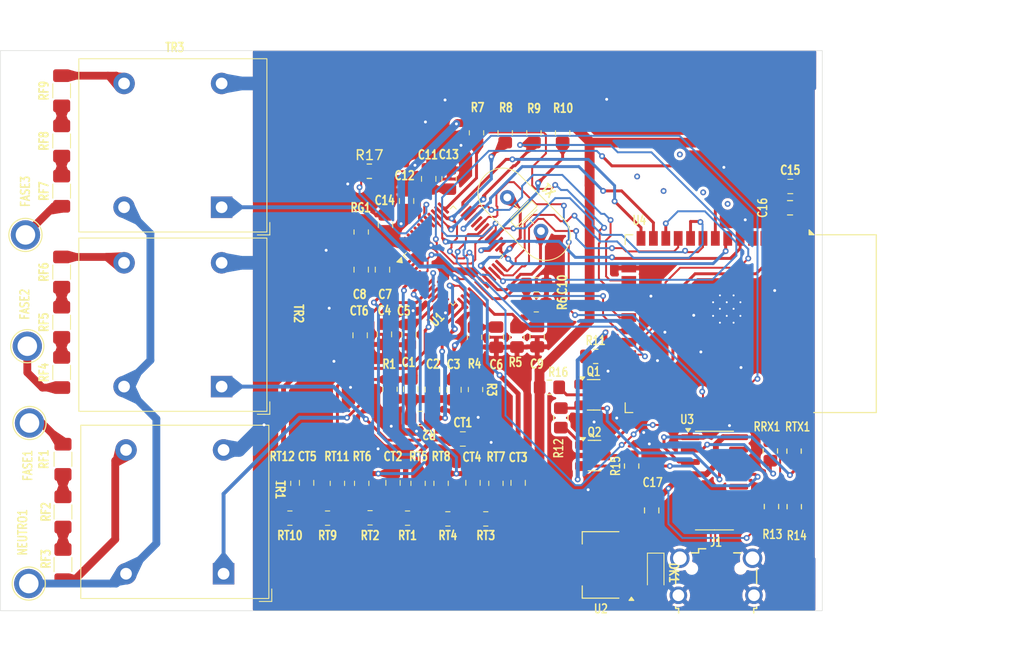
<source format=kicad_pcb>
(kicad_pcb (version 20241229) (generator "pcbnew") (generator_version "9.0")
  (layers (0 "F.Cu" signal) (2 "B.Cu" signal) (13 "F.Paste" user) (15 "B.Paste" user) (5 "F.SilkS" user "F.Silkscreen") (7 "B.SilkS" user "B.Silkscreen") (1 "F.Mask" user) (3 "B.Mask" user) (25 "Edge.Cuts" user))
  (net 0 "")
  (net 1 "Net-(U1-AVDD)")
  (net 3 "Net-(U1-RESET#)")
  (net 7 "GND")
  (net 8 "Net-(U1-Vref)")
  (net 9 "Net-(U1-OSCI)")
  (net 10 "Net-(U1-OSCO)")
  (net 11 "Net-(U1-V1N)")
  (net 12 "Net-(U1-V2N)")
  (net 13 "Net-(U1-V3N)")
  (net 14 "Net-(RF1-Pad2)")
  (net 15 "FASE1")
  (net 16 "FASE2")
  (net 17 "Net-(RF4-Pad2)")
  (net 18 "Net-(RF5-Pad2)")
  (net 19 "Net-(RF6-Pad2)")
  (net 20 "FASE3")
  (net 21 "Net-(RF7-Pad2)")
  (net 22 "Net-(RF8-Pad2)")
  (net 23 "Net-(RF9-Pad2)")
  (net 24 "NEUTRO")
  (net 25 "3V3")
  (net 26 "V1P")
  (net 27 "V2P")
  (net 28 "V3P")
  (net 29 "I1P")
  (net 30 "I1N")
  (net 31 "I2P")
  (net 32 "I2N")
  (net 33 "I3P")
  (net 34 "I3N")
  (net 35 "I4P")
  (net 36 "I4N")
  (net 37 "TC1P")
  (net 38 "TC1N")
  (net 39 "TC2P")
  (net 40 "TC2N")
  (net 41 "TC3P")
  (net 42 "TC3N")
  (net 43 "CS#")
  (net 44 "SCK")
  (net 45 "SDD")
  (net 46 "SDI")
  (net 47 "Net-(C1-Pad2)")
  (net 48 "Net-(RF2-Pad2)")
  (net 49 "Net-(RF3-Pad2)")
  (net 50 "DMA")
  (net 51 "IRQ1")
  (net 52 "CF1")
  (net 53 "WARN")
  (net 54 "ZX1")
  (net 55 "ZX2")
  (net 56 "CF3")
  (net 57 "PM0")
  (net 58 "IRQ0")
  (net 59 "PM1")
  (net 60 "CF4")
  (net 61 "CF2")
  (net 62 "ZX0")
  (net 63 "Net-(C11-Pad1)")
  (net 64 "Net-(DK1-A)")
  (net 65 "5V")
  (net 67 "Net-(Q1-B)")
  (net 68 "EN")
  (net 69 "Net-(Q1-E)")
  (net 70 "Net-(Q2-B)")
  (net 71 "IO0")
  (net 72 "Net-(Q2-E)")
  (net 73 "Net-(U4-RXD0{slash}IO3)")
  (net 74 "Net-(U4-TXD0{slash}IO1)")
  (net 75 "RXD0")
  (net 76 "TXD0")
  (net 97 "D-")
  (net 98 "D+")
  (footprint "Resistor_SMD:R_0805_2012Metric_Pad1.20x1.40mm_HandSolder" (layer "F.Cu") (at 146.94 127.326829 90)
    (property "Reference" "RT5")
    (property "Value" "1k" (hide yes))
  )
  (footprint "Resistor_SMD:R_0805_2012Metric_Pad1.20x1.40mm_HandSolder" (layer "F.Cu") (at 185.485 124.02 -90)
    (property "Reference" "RTX1")
    (property "Value" "100" (hide yes))
  )
  (footprint "Transformer_THT:Transformer_Zeming_ZMPT101K" (layer "F.Cu") (at 126.8 99 180)
    (property "Reference" "TR3")
    (property "Value" "ZMPT101K" (hide yes))
  )
  (footprint "From Eagle:DIODE_0805" (layer "F.Cu") (at 171.3 136.495 -90)
    (property "Reference" "DK1")
    (property "Value" "1N5819SMD" (hide yes))
  )
  (footprint "Resistor_SMD:R_0805_2012Metric_Pad1.20x1.40mm_HandSolder" (layer "F.Cu") (at 154.92 127.326829 90)
    (property "Reference" "RT7")
    (property "Value" "1k" (hide yes))
  )
  (footprint "RF_Module:ESP32-WROOM-32D" (layer "F.Cu") (at 178.055 110.945 -90)
    (property "Reference" "U4")
    (property "Value" "ESP32-WROOM-32D" (hide yes))
  )
  (footprint "Resistor_SMD:R_0805_2012Metric_Pad1.20x1.40mm_HandSolder" (layer "F.Cu") (at 153.88 130.974329)
    (property "Reference" "RT3")
    (property "Value" "2R4" (hide yes))
  )
  (footprint "Resistor_SMD:R_1206_3216Metric_Pad1.30x1.75mm_HandSolder" (layer "F.Cu") (at 110.4 110.8 90)
    (property "Reference" "RF5")
    (property "Value" "39k" (hide yes))
  )
  (footprint "TestPoint:TestPoint_Plated_Hole_D2.0mm" (layer "F.Cu") (at 106.69 101.835)
    (property "Reference" "FASE3")
    (property "Value" "TestPoint_Flag" (hide yes))
  )
  (footprint "Capacitor_SMD:C_0805_2012Metric_Pad1.18x1.45mm_HandSolder" (layer "F.Cu") (at 141.11 105.401829 -90)
    (property "Reference" "C8")
    (property "Value" "100n" (hide yes))
  )
  (footprint "Resistor_SMD:R_0805_2012Metric_Pad1.20x1.40mm_HandSolder" (layer "F.Cu") (at 141.16 127.326829 90)
    (property "Reference" "RT6")
    (property "Value" "1k" (hide yes))
  )
  (footprint "Capacitor_SMD:C_0805_2012Metric_Pad1.18x1.45mm_HandSolder" (layer "F.Cu") (at 151.53 122.774329)
    (property "Reference" "CT1")
    (property "Value" "18n" (hide yes))
  )
  (footprint "PCM_Crystal_AKL:Crystal_HC49-U_Vertical" (layer "F.Cu") (at 156.087589 97.990918 -45)
    (property "Reference" "X1")
    (property "Value" "16,384MHz" (hide yes))
  )
  (footprint "Resistor_SMD:R_1206_3216Metric_Pad1.30x1.75mm_HandSolder" (layer "F.Cu") (at 110.4 115.95 90)
    (property "Reference" "RF4")
    (property "Value" "39k" (hide yes))
  )
  (footprint "Resistor_SMD:R_0805_2012Metric_Pad1.20x1.40mm_HandSolder" (layer "F.Cu") (at 152.93 91.364329 90)
    (property "Reference" "R7")
    (property "Value" "10K" (hide yes))
  )
  (footprint "TestPoint:TestPoint_Plated_Hole_D2.0mm" (layer "F.Cu") (at 106.88 113.255)
    (property "Reference" "FASE2")
    (property "Value" "TestPoint_Flag" (hide yes))
  )
  (footprint "Resistor_SMD:R_0805_2012Metric_Pad1.20x1.40mm_HandSolder" (layer "F.Cu") (at 142.02 130.864329)
    (property "Reference" "RT2")
    (property "Value" "2R4" (hide yes))
  )
  (footprint "Resistor_SMD:R_1206_3216Metric_Pad1.30x1.75mm_HandSolder" (layer "F.Cu") (at 110.535 135.66 -90)
    (property "Reference" "RF3")
    (property "Value" "39k" (hide yes))
  )
  (footprint "Package_TO_SOT_SMD:SOT-223-3_TabPin2" (layer "F.Cu") (at 165.68 135.695 180)
    (property "Reference" "U2")
    (property "Value" "AMS1117-3.3" (hide yes))
  )
  (footprint "Capacitor_SMD:C_0805_2012Metric_Pad1.18x1.45mm_HandSolder" (layer "F.Cu") (at 143.492342 112.037507 -90)
    (property "Reference" "C4")
    (property "Value" "100n" (hide yes))
  )
  (footprint "Capacitor_SMD:C_0805_2012Metric_Pad1.18x1.45mm_HandSolder" (layer "F.Cu") (at 170.89 130.1025 -90)
    (property "Reference" "C17")
    (property "Value" "10u" (hide yes))
  )
  (footprint "Capacitor_SMD:C_0805_2012Metric_Pad1.18x1.45mm_HandSolder" (layer "F.Cu") (at 143.29 105.401829 -90)
    (property "Reference" "C7")
    (property "Value" "10u" (hide yes))
  )
  (footprint "TestPoint:TestPoint_Plated_Hole_D2.0mm" (layer "F.Cu") (at 107.03 137.605)
    (property "Reference" "NEUTRO1")
    (property "Value" "TestPoint_Flag" (hide yes))
  )
  (footprint "Capacitor_SMD:C_0805_2012Metric_Pad1.18x1.45mm_HandSolder" (layer "F.Cu") (at 146.18 117.666829 -90)
    (property "Reference" "C1")
    (property "Value" "18n" (hide yes))
  )
  (footprint "Resistor_SMD:R_0805_2012Metric_Pad1.20x1.40mm_HandSolder" (layer "F.Cu") (at 133.8 130.894329)
    (property "Reference" "RT10")
    (property "Value" "2R4" (hide yes))
  )
  (footprint "From Eagle:R0805" (layer "F.Cu") (at 141.11 101.544329 -90)
    (property "Reference" "RG1")
    (property "Value" "10R" (hide yes))
  )
  (footprint "Resistor_SMD:R_0805_2012Metric_Pad1.20x1.40mm_HandSolder" (layer "F.Cu") (at 141.945 95.305)
    (property "Reference" "R17")
    (property "Value" "10K")
  )
  (footprint "Resistor_SMD:R_0805_2012Metric_Pad1.20x1.40mm_HandSolder" (layer "F.Cu") (at 161.575 120.61 -90)
    (property "Reference" "R12")
    (property "Value" "10K" (hide yes))
  )
  (footprint "Resistor_SMD:R_0805_2012Metric_Pad1.20x1.40mm_HandSolder" (layer "F.Cu") (at 158.816667 91.364329 90)
    (property "Reference" "R9")
    (property "Value" "10K" (hide yes))
  )
  (footprint "Capacitor_SMD:C_0805_2012Metric_Pad1.18x1.45mm_HandSolder" (layer "F.Cu") (at 159.0675 106.954329)
    (property "Reference" "C10")
    (property "Value" "18n" (hide yes))
  )
  (footprint "Resistor_SMD:R_0805_2012Metric_Pad1.20x1.40mm_HandSolder" (layer "F.Cu") (at 183.055 124 -90)
    (property "Reference" "RRX1")
    (property "Value" "100" (hide yes))
  )
  (footprint "Capacitor_SMD:C_0805_2012Metric_Pad1.18x1.45mm_HandSolder" (layer "F.Cu") (at 185.1 96.87)
    (property "Reference" "C15")
    (property "Value" "100n" (hide yes))
  )
  (footprint "Resistor_SMD:R_0805_2012Metric_Pad1.20x1.40mm_HandSolder" (layer "F.Cu") (at 157.08 112.344329 -90)
    (property "Reference" "R5")
    (property "Value" "1k" (hide yes))
  )
  (footprint "Resistor_SMD:R_0805_2012Metric_Pad1.20x1.40mm_HandSolder" (layer "F.Cu") (at 149.3 127.326829 90)
    (property "Reference" "RT8")
    (property "Value" "1k" (hide yes))
  )
  (footprint "Capacitor_SMD:C_0805_2012Metric_Pad1.18x1.45mm_HandSolder" (layer "F.Cu") (at 185.0725 99.055)
    (property "Reference" "C16")
    (property "Value" "10u" (hide yes))
  )
  (footprint "Resistor_SMD:R_0805_2012Metric_Pad1.20x1.40mm_HandSolder" (layer "F.Cu") (at 185.505 129.72 90)
    (property "Reference" "R14")
    (property "Value" "10K" (hide yes))
  )
  (footprint "Resistor_SMD:R_0805_2012Metric_Pad1.20x1.40mm_HandSolder" (layer "F.Cu") (at 145.86 130.894329)
    (property "Reference" "RT1")
    (property "Value" "2R4" (hide yes))
  )
  (footprint "Resistor_SMD:R_0805_2012Metric_Pad1.20x1.40mm_HandSolder" (layer "F.Cu") (at 160.405 117.475)
    (property "Reference" "R16")
    (property "Value" "10K" (hide yes))
  )
  (footprint "Resistor_SMD:R_1206_3216Metric_Pad1.30x1.75mm_HandSolder" (layer "F.Cu") (at 110.535 124.86 -90)
    (property "Reference" "RF1")
    (property "Value" "39k" (hide yes))
  )
  (footprint "Capacitor_SMD:C_0805_2012Metric_Pad1.18x1.45mm_HandSolder" (layer "F.Cu") (at 145.76 98.356829 90)
    (property "Reference" "C12")
    (property "Value" "10u" (hide yes))
  )
  (footprint "Resistor_SMD:R_0805_2012Metric_Pad1.20x1.40mm_HandSolder" (layer "F.Cu") (at 159.06 109.004329)
    (property "Reference" "R6")
    (property "Value" "1k" (hide yes))
  )
  (footprint "Capacitor_SMD:C_0805_2012Metric_Pad1.18x1.45mm_HandSolder" (layer "F.Cu") (at 157.2 127.276829 -90)
    (property "Reference" "CT3")
    (property "Value" "18n" (hide yes))
  )
  (footprint "Resistor_SMD:R_0805_2012Metric_Pad1.20x1.40mm_HandSolder" (layer "F.Cu") (at 137.66 130.894329)
    (property "Reference" "RT9")
    (property "Value" "2R4" (hide yes))
  )
  (footprint "Resistor_SMD:R_1206_3216Metric_Pad1.30x1.75mm_HandSolder" (layer "F.Cu") (at 110.4 87.05 90)
    (property "Reference" "RF9")
    (property "Value" "39k" (hide yes))
  )
  (footprint "Resistor_SMD:R_0805_2012Metric_Pad1.20x1.40mm_HandSolder" (layer "F.Cu") (at 165.15 114.3 180)
    (property "Reference" "R11")
    (property "Value" "10K" (hide yes))
  )
  (footprint "Resistor_SMD:R_0805_2012Metric_Pad1.20x1.40mm_HandSolder" (layer "F.Cu") (at 152.73 112.331829 -90)
    (property "Reference" "R4")
    (property "Value" "1k" (hide yes))
  )
  (footprint "TestPoint:TestPoint_Plated_Hole_D2.0mm" (layer "F.Cu") (at 107.105 121.135)
    (property "Reference" "FASE1")
    (property "Value" "TestPoint_Flag" (hide yes))
  )
  (footprint "Capacitor_SMD:C_0805_2012Metric_Pad1.18x1.45mm_HandSolder" (layer "F.Cu") (at 150.62 117.724329 -90)
    (property "Reference" "C3")
    (property "Value" "18n" (hide yes))
  )
  (footprint "Resistor_SMD:R_0805_2012Metric_Pad1.20x1.40mm_HandSolder" (layer "F.Cu") (at 133.15 127.326829 90)
    (property "Reference" "RT12")
    (property "Value" "1k" (hide yes))
  )
  (footprint "Capacitor_SMD:C_0805_2012Metric_Pad1.18x1.45mm_HandSolder" (layer "F.Cu") (at 152.57 127.276829 -90)
    (property "Reference" "CT4")
    (property "Value" "18n" (hide yes))
  )
  (footprint "Capacitor_SMD:C_0805_2012Metric_Pad1.18x1.45mm_HandSolder" (layer "F.Cu") (at 144.37 127.276829 -90)
    (property "Reference" "CT2")
    (property "Value" "18n" (hide yes))
  )
  (footprint "Connector_USB:USB_Micro-B_Wuerth_629105150521_CircularHoles" (layer "F.Cu") (at 177.5 136.86)
    (property "Reference" "J1")
    (property "Value" "USB_Micro_SMD" (hide yes))
  )
  (footprint "Package_QFP:TQFP-48_7x7mm_P0.5mm" (layer "F.Cu") (at 150.532342 103.970007 45)
    (property "Reference" "U1")
    (property "Value" "ATM90E36A-AU-R" (hide yes))
  )
  (footprint "Resistor_SMD:R_0805_2012Metric_Pad1.20x1.40mm_HandSolder" (layer "F.Cu") (at 161.76 91.364329 90)
    (property "Reference" "R10")
    (property "Value" "10K" (hide yes))
  )
  (footprint "Capacitor_SMD:C_0805_2012Metric_Pad1.18x1.45mm_HandSolder" (layer "F.Cu") (at 154.96 112.331829 -90)
    (property "Reference" "C6")
    (property "Value" "18n" (hide yes))
  )
  (footprint "Resistor_SMD:R_1206_3216Metric_Pad1.30x1.75mm_HandSolder" (layer "F.Cu") (at 110.535 130.26 -90)
    (property "Reference" "RF2")
    (property "Value" "39k" (hide yes))
  )
  (footprint "Resistor_SMD:R_0805_2012Metric_Pad1.20x1.40mm_HandSolder" (layer "F.Cu") (at 152.83 117.704329 -90)
    (property "Reference" "R3")
    (property "Value" "1k" (hide yes))
  )
  (footprint "From Eagle:SOT-23" (layer "F.Cu") (at 164.9425 118.245)
    (property "Reference" "Q1")
    (property "Value" "BC847" (hide yes))
  )
  (footprint "Capacitor_SMD:C_0805_2012Metric_Pad1.18x1.45mm_HandSolder" (layer "F.Cu") (at 141 112.136829 -90)
    (property "Reference" "CT6")
    (property "Value" "18n" (hide yes))
  )
  (footprint "Capacitor_SMD:C_0805_2012Metric_Pad1.18x1.45mm_HandSolder" (layer "F.Cu") (at 159.15 112.281829 -90)
    (property "Reference" "C9")
    (property "Value" "18n" (hide yes))
  )
  (footprint "Resistor_SMD:R_0805_2012Metric_Pad1.20x1.40mm_HandSolder" (layer "F.Cu") (at 147.15 120.674329 180)
    (property "Reference" "R2")
    (property "Value" "1k" (hide yes))
  )
  (footprint "Resistor_SMD:R_1206_3216Metric_Pad1.30x1.75mm_HandSolder" (layer "F.Cu") (at 110.4 97.35 90)
    (property "Reference" "RF7")
    (property "Value" "39k" (hide yes))
  )
  (footprint "Resistor_SMD:R_1206_3216Metric_Pad1.30x1.75mm_HandSolder" (layer "F.Cu") (at 110.4 92.2 90)
    (property "Reference" "RF8")
    (property "Value" "39k" (hide yes))
  )
  (footprint "Capacitor_SMD:C_0805_2012Metric_Pad1.18x1.45mm_HandSolder" (layer "F.Cu") (at 150.12 96.106829 90)
    (property "Reference" "C13")
    (property "Value" "100n" (hide yes))
  )
  (footprint "Capacitor_SMD:C_0805_2012Metric_Pad1.18x1.45mm_HandSolder" (layer "F.Cu") (at 135.51 127.276829 -90)
    (property "Reference" "CT5")
    (property "Value" "18n" (hide yes))
  )
  (footprint "Package_SO:SOIC-16_3.9x9.9mm_P1.27mm" (layer "F.Cu") (at 177.325 127.04)
    (property "Reference" "U3")
    (property "Value" "CH340C" (hide yes))
  )
  (footprint "Capacitor_SMD:C_0805_2012Metric_Pad1.18x1.45mm_HandSolder" (layer "F.Cu") (at 146.01 112.066829 -90)
    (property "Reference" "C5")
    (property "Value" "10u" (hide yes))
  )
  (footprint "Transformer_THT:Transformer_Zeming_ZMPT101K" (layer "F.Cu") (at 127 136.6 180)
    (property "Reference" "TR1")
    (property "Value" "ZMPT101K" (hide yes))
  )
  (footprint "Capacitor_SMD:C_0805_2012Metric_Pad1.18x1.45mm_HandSolder" (layer "F.Cu") (at 143.6 100.826829 90)
    (property "Reference" "C14")
    (property "Value" "100n" (hide yes))
  )
  (footprint "Resistor_SMD:R_0805_2012Metric_Pad1.20x1.40mm_HandSolder" (layer "F.Cu") (at 144.06 117.674329 -90)
    (property "Reference" "R1")
    (property "Value" "1k" (hide yes))
  )
  (footprint "Resistor_SMD:R_0805_2012Metric_Pad1.20x1.40mm_HandSolder" (layer "F.Cu") (at 138.67 127.326829 90)
    (property "Reference" "RT11")
    (property "Value" "1k" (hide yes))
  )
  (footprint "Capacitor_SMD:C_0805_2012Metric_Pad1.18x1.45mm_HandSolder" (layer "F.Cu") (at 148.03 96.086829 90)
    (property "Reference" "C11")
    (property "Value" "10u" (hide yes))
  )
  (footprint "Transformer_THT:Transformer_Zeming_ZMPT101K" (layer "F.Cu") (at 126.8 117.4 180)
    (property "Reference" "TR2")
    (property "Value" "ZMPT101K" (hide yes))
  )
  (footprint "Resistor_SMD:R_0805_2012Metric_Pad1.20x1.40mm_HandSolder" (layer "F.Cu") (at 183.17 129.705 90)
    (property "Reference" "R13")
    (property "Value" "10K" (hide yes))
  )
  (footprint "Resistor_SMD:R_0805_2012Metric_Pad1.20x1.40mm_HandSolder" (layer "F.Cu") (at 155.873333 91.364329 90)
    (property "Reference" "R8")
    (property "Value" "10K" (hide yes))
  )
  (footprint "Resistor_SMD:R_0805_2012Metric_Pad1.20x1.40mm_HandSolder" (layer "F.Cu") (at 168.835 125.552102 90)
    (property "Reference" "R15")
    (property "Value" "10K" (hide yes))
  )
  (footprint "Resistor_SMD:R_1206_3216Metric_Pad1.30x1.75mm_HandSolder" (layer "F.Cu") (at 110.4 105.65 90)
    (property "Reference" "RF6")
    (property "Value" "39k" (hide yes))
  )
  (footprint "Capacitor_SMD:C_0805_2012Metric_Pad1.18x1.45mm_HandSolder" (layer "F.Cu") (at 148.4 117.704329 -90)
    (property "Reference" "C2")
    (property "Value" "18n" (hide yes))
  )
  (footprint "From Eagle:SOT-23" (layer "F.Cu") (at 165.0225 124.475)
    (property "Reference" "Q2")
    (property "Value" "BC847" (hide yes))
  )
  (footprint "Resistor_SMD:R_0805_2012Metric_Pad1.20x1.40mm_HandSolder" (layer "F.Cu") (at 149.99 130.974329)
    (property "Reference" "RT4")
    (property "Value" "2R4" (hide yes))
  )
  (gr_rect (start 104.13 82.92625) (end 188.38 140.39375) (stroke (width 0.05)) (fill no) (layer "Edge.Cuts"))
  (via (at 169.4 95.845) (size 0.6) (drill 0.3) (layers "F.Cu" "B.Cu") (net 0))
  (via (at 173.775 93.585) (size 0.6) (drill 0.3) (layers "F.Cu" "B.Cu") (net 0))
  (via (at 172.11 97.335) (size 0.6) (drill 0.3) (layers "F.Cu" "B.Cu") (net 0))
  (via (at 178.675 98.655) (size 0.6) (drill 0.3) (layers "F.Cu" "B.Cu") (net 0))
  (via (at 176.17 97.475) (size 0.6) (drill 0.3) (layers "F.Cu" "B.Cu") (net 0))
  (segment (start 141.11 104.364329) (end 143.29 104.364329) (width 0.3) (layer "F.Cu") (net 1))
  (segment (start 143.894466 104.968795) (end 143.29 104.364329) (width 0.3) (layer "F.Cu") (net 1))
  (segment (start 145.644466 104.968795) (end 143.894466 104.968795) (width 0.3) (layer "F.Cu") (net 1))
  (segment (start 141.11 102.544329) (end 141.11 104.364329) (width 0.3) (layer "F.Cu") (net 1))
  (segment (start 141.106 96.789) (end 141.106 95.466) (width 0.2) (layer "F.Cu") (net 3))
  (segment (start 140.94 96.955) (end 141.106 96.789) (width 0.2) (layer "F.Cu") (net 3))
  (segment (start 148.11934 100.496345) (end 147.573932 99.950937) (width 0.2) (layer "F.Cu") (net 3))
  (segment (start 147.573932 98.946068) (end 147.79 98.73) (width 0.2) (layer "F.Cu") (net 3))
  (segment (start 141.106 95.466) (end 140.945 95.305) (width 0.2) (layer "F.Cu") (net 3))
  (segment (start 147.573932 99.950937) (end 147.573932 98.946068) (width 0.2) (layer "F.Cu") (net 3))
  (via (at 140.94 96.955) (size 0.6) (drill 0.3) (layers "F.Cu" "B.Cu") (net 3))
  (via (at 147.79 98.73) (size 0.6) (drill 0.3) (layers "F.Cu" "B.Cu") (net 3))
  (segment (start 147.79 99.585) (end 145.7 101.675) (width 0.2) (layer "B.Cu") (net 3))
  (segment (start 145.7 101.675) (end 144.98 101.675) (width 0.2) (layer "B.Cu") (net 3))
  (segment (start 147.79 98.73) (end 147.79 99.585) (width 0.2) (layer "B.Cu") (net 3))
  (segment (start 140.94 97.635) (end 140.94 96.955) (width 0.2) (layer "B.Cu") (net 3))
  (segment (start 144.98 101.675) (end 140.94 97.635) (width 0.2) (layer "B.Cu") (net 3))
  (segment (start 148.568943 103.283329) (end 148.921 103.635386) (width 0.2) (layer "F.Cu") (net 7))
  (segment (start 148.26 102.758325) (end 147.05868 101.557005) (width 0.2) (layer "F.Cu") (net 7))
  (segment (start 148.921 103.635386) (end 148.921 103.786) (width 0.2) (layer "F.Cu") (net 7))
  (segment (start 152.690218 105.774329) (end 153.652451 106.736562) (width 0.2) (layer "F.Cu") (net 7))
  (segment (start 147.31604 103.838289) (end 147.31604 104.004329) (width 0.2) (layer "F.Cu") (net 7))
  (segment (start 151.089272 105.774329) (end 152.690218 105.774329) (width 0.2) (layer "F.Cu") (net 7))
  (segment (start 150.963943 105.649) (end 151.089272 105.774329) (width 0.2) (layer "F.Cu") (net 7))
  (segment (start 148.921 103.786) (end 149.17 104.035) (width 0.2) (layer "F.Cu") (net 7))
  (segment (start 146.921272 103.163073) (end 146.612722 103.163073) (width 0.2) (layer "F.Cu") (net 7))
  (segment (start 148.26 102.894329) (end 148.26 103.055) (width 0.2) (layer "F.Cu") (net 7))
  (segment (start 147.31604 104.004329) (end 145.99802 105.322349) (width 0.2) (layer "F.Cu") (net 7))
  (segment (start 146.612722 103.163073) (end 146.343978 102.894329) (width 0.2) (layer "F.Cu") (net 7))
  (segment (start 148.26 102.894329) (end 147.190016 102.894329) (width 0.2) (layer "F.Cu") (net 7))
  (segment (start 148.26 102.894329) (end 147.31604 103.838289) (width 0.2) (layer "F.Cu") (net 7))
  (segment (start 148.26 102.894329) (end 148.26 102.758325) (width 0.2) (layer "F.Cu") (net 7))
  (segment (start 148.488329 103.283329) (end 148.568943 103.283329) (width 0.2) (layer "F.Cu") (net 7))
  (segment (start 148.26 103.055) (end 148.488329 103.283329) (width 0.2) (layer "F.Cu") (net 7))
  (segment (start 150.854 105.649) (end 150.963943 105.649) (width 0.2) (layer "F.Cu") (net 7))
  (segment (start 146.274684 102.894329) (end 145.99802 102.617665) (width 0.2) (layer "F.Cu") (net 7))
  (segment (start 147.190016 102.894329) (end 146.921272 103.163073) (width 0.2) (layer "F.Cu") (net 7))
  (segment (start 146.343978 102.894329) (end 146.274684 102.894329) (width 0.2) (layer "F.Cu") (net 7))
  (via (at 149.75 109.834329) (size 0.6) (drill 0.3) (layers "F.Cu" "B.Cu") (net 7))
  (via (at 183.5 107.545) (size 0.6) (drill 0.3) (layers "F.Cu" "B.Cu") (net 7))
  (via (at 138.315 114.805) (size 0.6) (drill 0.3) (layers "F.Cu" "B.Cu") (net 7))
  (via (at 146.43 109.614329) (size 0.6) (drill 0.3) (layers "F.Cu" "B.Cu") (net 7))
  (via (at 170.65 123.28) (size 0.6) (drill 0.3) (layers "F.Cu" "B.Cu") (net 7))
  (via (at 147.695 90.25) (size 0.6) (drill 0.3) (layers "F.Cu" "B.Cu") (net 7))
  (via (at 166.275 87.925) (size 0.6) (drill 0.3) (layers "F.Cu" "B.Cu") (net 7))
  (via (at 178.29 94.905) (size 0.6) (drill 0.3) (layers "F.Cu" "B.Cu") (net 7))
  (via (at 149.705 87.995) (size 0.6) (drill 0.3) (layers "F.Cu" "B.Cu") (net 7))
  (via (at 170.07 122.11) (size 0.6) (drill 0.3) (layers "F.Cu" "B.Cu") (net 7))
  (via (at 154.43 123.124329) (size 0.6) (drill 0.3) (layers "F.Cu" "B.Cu") (net 7))
  (via (at 144.19 121.464329) (size 0.6) (drill 0.3) (layers "F.Cu" "B.Cu") (net 7))
  (via (at 131.15 121.325) (size 0.6) (drill 0.3) (layers "F.Cu" "B.Cu") (net 7))
  (via (at 180.48 100.29) (size 0.6) (drill 0.3) (layers "F.Cu" "B.Cu") (net 7))
  (via (at 175.93 113.845) (size 0.6) (drill 0.3) (layers "F.Cu" "B.Cu") (net 7))
  (via (at 137.83 109.355) (size 0.6) (drill 0.3) (layers "F.Cu" "B.Cu") (net 7))
  (via (at 153.1 120.554329) (size 0.6) (drill 0.3) (layers "F.Cu" "B.Cu") (net 7))
  (via (at 137.515 103.415) (size 0.6) (drill 0.3) (layers "F.Cu" "B.Cu") (net 7))
  (via (at 164.985 121.03) (size 0.6) (drill 0.3) (layers "F.Cu" "B.Cu") (net 7))
  (via (at 151.34 92.65) (size 0.6) (drill 0.3) (layers "F.Cu" "B.Cu") (net 7))
  (via (at 140.015 117.48) (size 0.6) (drill 0.3) (layers "F.Cu" "B.Cu") (net 7))
  (via (at 148.26 102.894329) (size 0.6) (drill 0.3) (layers "F.Cu" "B.Cu") (net 7))
  (via (at 166.415 115.815) (size 0.6) (drill 0.3) (layers "F.Cu" "B.Cu") (net 7))
  (via (at 172.245 111.82) (size 0.6) (drill 0.3) (layers "F.Cu" "B.Cu") (net 7))
  (via (at 167.305 120.625) (size 0.6) (drill 0.3) (layers "F.Cu" "B.Cu") (net 7))
  (via (at 180.045 115.445) (size 0.6) (drill 0.3) (layers "F.Cu" "B.Cu") (net 7))
  (via (at 146.78 121.974329) (size 0.6) (drill 0.3) (layers "F.Cu" "B.Cu") (net 7))
  (via (at 164.375 127.98) (size 0.6) (drill 0.3) (layers "F.Cu" "B.Cu") (net 7))
  (via (at 142.84 123.784329) (size 0.6) (drill 0.3) (layers "F.Cu" "B.Cu") (net 7))
  (via (at 175.2 110.085) (size 0.6) (drill 0.3) (layers "F.Cu" "B.Cu") (net 7))
  (via (at 139.73 96.61) (size 0.6) (drill 0.3) (layers "F.Cu" "B.Cu") (net 7))
  (via (at 178.865 121.4) (size 0.6) (drill 0.3) (layers "F.Cu" "B.Cu") (net 7))
  (via (at 170.81 108.12) (size 0.6) (drill 0.3) (layers "F.Cu" "B.Cu") (net 7))
  (via (at 171.485 114.735) (size 0.6) (drill 0.3) (layers "F.Cu" "B.Cu") (net 7))
  (segment (start 131.2 104.7) (end 131.465 104.965) (width 1.4) (layer "B.Cu") (net 7))
  (segment (start 126.8 86.3) (end 131.84 86.3) (width 1.4) (layer "B.Cu") (net 7))
  (segment (start 126.8 104.7) (end 131.2 104.7) (width 1.4) (layer "B.Cu") (net 7))
  (segment (start 131.84 86.3) (end 132.055 86.085) (width 1.4) (layer "B.Cu") (net 7))
  (segment (start 128.575 123.9) (end 131.15 121.325) (width 1.4) (layer "B.Cu") (net 7))
  (segment (start 127 123.9) (end 128.575 123.9) (width 1.4) (layer "B.Cu") (net 7))
  (segment (start 143.492342 111.000007) (end 145.980678 111.000007) (width 0.4) (layer "F.Cu") (net 8))
  (segment (start 146.655001 111.029329) (end 149.18 108.504329) (width 0.3) (layer "F.Cu") (net 8))
  (segment (start 145.980678 111.000007) (end 146.01 111.029329) (width 0.4) (layer "F.Cu") (net 8))
  (segment (start 146.01 111.029329) (end 146.655001 111.029329) (width 0.3) (layer "F.Cu") (net 8))
  (segment (start 157.0915 106.223459) (end 157.0915 106.3785) (width 0.3) (layer "F.Cu") (net 9))
  (segment (start 159.49 101.490869) (end 159.49 104.98) (width 0.3) (layer "F.Cu") (net 9))
  (segment (start 156.005809 107.45) (end 155.072995 107.45) (width 0.3) (layer "F.Cu") (net 9))
  (segment (start 156.34 107.115809) (end 156.005809 107.45) (width 0.3) (layer "F.Cu") (net 9))
  (segment (start 158.591671 105.878329) (end 157.43663 105.878329) (width 0.3) (layer "F.Cu") (net 9))
  (segment (start 157.016671 106.453329) (end 157.002479 106.453329) (width 0.3) (layer "F.Cu") (net 9))
  (segment (start 156.34 107.115) (end 156.34 107.115809) (width 0.3) (layer "F.Cu") (net 9))
  (segment (start 157.43663 105.878329) (end 157.0915 106.223459) (width 0.3) (layer "F.Cu") (net 9))
  (segment (start 159.53827 101.442599) (end 159.49 101.490869) (width 0.3) (layer "F.Cu") (net 9))
  (segment (start 157.002479 106.453329) (end 156.885808 106.57) (width 0.3) (layer "F.Cu") (net 9))
  (segment (start 156.885808 106.57) (end 156.885809 106.57) (width 0.3) (layer "F.Cu") (net 9))
  (segment (start 159.49 104.98) (end 158.591671 105.878329) (width 0.3) (layer "F.Cu") (net 9))
  (segment (start 156.340809 107.115) (end 156.34 107.115) (width 0.3) (layer "F.Cu") (net 9))
  (segment (start 156.885809 106.57) (end 156.340809 107.115) (width 0.3) (layer "F.Cu") (net 9))
  (segment (start 155.072995 107.45) (end 154.006004 106.383009) (width 0.3) (layer "F.Cu") (net 9))
  (segment (start 157.0915 106.3785) (end 157.016671 106.453329) (width 0.3) (layer "F.Cu") (net 9))
  (segment (start 157.415 102.145) (end 157.415 99.18) (width 0.3) (layer "F.Cu") (net 10))
  (segment (start 154.359557 105.993886) (end 153.37 105.004329) (width 0.3) (layer "F.Cu") (net 10))
  (segment (start 154.359557 106.029456) (end 154.359557 105.993886) (width 0.2) (layer "F.Cu") (net 10))
  (segment (start 156.226918 97.991918) (end 156.087589 97.991918) (width 0.3) (layer "F.Cu") (net 10))
  (segment (start 156.315 103.245) (end 157.415 102.145) (width 0.3) (layer "F.Cu") (net 10))
  (segment (start 157.415 99.18) (end 156.226918 97.991918) (width 0.3) (layer "F.Cu") (net 10))
  (via (at 153.37 105.004329) (size 0.6) (drill 0.3) (layers "F.Cu" "B.Cu") (net 10))
  (via (at 156.315 103.245) (size 0.6) (drill 0.3) (layers "F.Cu" "B.Cu") (net 10))
  (segment (start 154.240329 104.134) (end 153.37 105.004329) (width 0.3) (layer "B.Cu") (net 10))
  (segment (start 156.315 103.245) (end 155.426 104.134) (width 0.3) (layer "B.Cu") (net 10))
  (segment (start 155.426 104.134) (end 154.240329 104.134) (width 0.3) (layer "B.Cu") (net 10))
  (segment (start 152.7675 111.294329) (end 152.73 111.331829) (width 0.2) (layer "F.Cu") (net 11))
  (segment (start 154.96 111.294329) (end 152.7675 111.294329) (width 0.2) (layer "F.Cu") (net 11))
  (segment (start 152.73 109.349645) (end 152.73 111.331829) (width 0.3) (layer "F.Cu") (net 11))
  (segment (start 151.884684 108.504329) (end 152.73 109.349645) (width 0.3) (layer "F.Cu") (net 11))
  (segment (start 157.18 111.244329) (end 157.08 111.344329) (width 0.2) (layer "F.Cu") (net 12))
  (segment (start 157.08 110.454329) (end 157.08 111.344329) (width 0.3) (layer "F.Cu") (net 12))
  (segment (start 156.615671 109.99) (end 157.08 110.454329) (width 0.3) (layer "F.Cu") (net 12))
  (segment (start 154.784569 109.99) (end 156.615671 109.99) (width 0.3) (layer "F.Cu") (net 12))
  (segment (start 159.15 111.244329) (end 157.18 111.244329) (width 0.2) (layer "F.Cu") (net 12))
  (segment (start 152.591791 107.797222) (end 154.784569 109.99) (width 0.3) (layer "F.Cu") (net 12))
  (segment (start 154.58311 108.374329) (end 153.298897 107.090116) (width 0.3) (layer "F.Cu") (net 13))
  (segment (start 157.21 106.954329) (end 155.79 108.374329) (width 0.3) (layer "F.Cu") (net 13))
  (segment (start 158.03 106.954329) (end 157.21 106.954329) (width 0.3) (layer "F.Cu") (net 13))
  (segment (start 158.06 109.004329) (end 158.06 106.984329) (width 0.3) (layer "F.Cu") (net 13))
  (segment (start 155.79 108.374329) (end 154.58311 108.374329) (width 0.3) (layer "F.Cu") (net 13))
  (segment (start 158.06 106.984329) (end 158.03 106.954329) (width 0.3) (layer "F.Cu") (net 13))
  (segment (start 110.535 128.71) (end 110.535 126.41) (width 0.8) (layer "F.Cu") (net 14))
  (segment (start 108.36 121.135) (end 110.535 123.31) (width 0.8) (layer "F.Cu") (net 15))
  (segment (start 107.105 121.135) (end 108.36 121.135) (width 0.8) (layer "F.Cu") (net 15))
  (segment (start 110.4 117.5) (end 108.425 117.5) (width 0.8) (layer "F.Cu") (net 16))
  (segment (start 108.425 117.5) (end 106.88 115.955) (width 0.8) (layer "F.Cu") (net 16))
  (segment (start 106.88 115.955) (end 106.88 113.255) (width 0.8) (layer "F.Cu") (net 16))
  (segment (start 110.4 112.35) (end 110.4 114.4) (width 0.8) (layer "F.Cu") (net 17))
  (segment (start 110.4 107.2) (end 110.4 109.25) (width 0.8) (layer "F.Cu") (net 18))
  (segment (start 110.4 104.1) (end 116.2 104.1) (width 0.8) (layer "F.Cu") (net 19))
  (segment (start 116.2 104.1) (end 116.8 104.7) (width 0.8) (layer "F.Cu") (net 19))
  (segment (start 110.4 98.9) (end 109.625 98.9) (width 0.8) (layer "F.Cu") (net 20))
  (segment (start 109.625 98.9) (end 106.69 101.835) (width 0.8) (layer "F.Cu") (net 20))
  (segment (start 110.4 93.75) (end 110.4 95.8) (width 0.8) (layer "F.Cu") (net 21))
  (segment (start 110.4 90.65) (end 110.4 88.6) (width 0.8) (layer "F.Cu") (net 22))
  (segment (start 110.4 85.5) (end 116 85.5) (width 0.8) (layer "F.Cu") (net 23))
  (segment (start 116 85.5) (end 116.8 86.3) (width 0.8) (layer "F.Cu") (net 23))
  (segment (start 119.5 114.7) (end 116.8 117.4) (width 0.8) (layer "B.Cu") (net 24))
  (segment (start 120.11 120.71) (end 116.8 117.4) (width 0.8) (layer "B.Cu") (net 24))
  (segment (start 119.5 101.7) (end 119.5 114.7) (width 0.8) (layer "B.Cu") (net 24))
  (segment (start 116.8 99) (end 119.5 101.7) (width 0.8) (layer "B.Cu") (net 24))
  (segment (start 117 136.6) (end 120.11 133.49) (width 0.8) (layer "B.Cu") (net 24))
  (segment (start 115.995 137.605) (end 117 136.6) (width 0.8) (layer "B.Cu") (net 24))
  (segment (start 120.11 133.49) (end 120.11 120.71) (width 0.8) (layer "B.Cu") (net 24))
  (segment (start 107.03 137.605) (end 115.995 137.605) (width 0.8) (layer "B.Cu") (net 24))
  (segment (start 177.47 125.41) (end 177.47 123.335) (width 0.6) (layer "F.Cu") (net 25))
  (segment (start 162.465 129.325) (end 162.465 135.63) (width 1) (layer "F.Cu") (net 25))
  (segment (start 164.53 110.62) (end 164.53 96.765) (width 1) (layer "F.Cu") (net 25))
  (segment (start 164.53 96.765) (end 164.53 92.37) (width 1) (layer "F.Cu") (net 25))
  (segment (start 176.475 126.405) (end 177.47 125.41) (width 0.6) (layer "F.Cu") (net 25))
  (segment (start 146.622165 94.692165) (end 146.00933 95.305) (width 0.2) (layer "F.Cu") (net 25))
  (segment (start 164.53 96.765) (end 164.53 92.26) (width 1) (layer "F.Cu") (net 25))
  (segment (start 162.634329 90.364329) (end 161.76 90.364329) (width 1) (layer "F.Cu") (net 25))
  (segment (start 185.035 102.195) (end 185.035 101.035) (width 1) (layer "F.Cu") (net 25))
  (segment (start 174.05 126.405) (end 172.6025 127.8525) (width 0.6) (layer "F.Cu") (net 25))
  (segment (start 174.85 126.405) (end 174.05 126.405) (width 0.4) (layer "F.Cu") (net 25))
  (segment (start 168.835 129.125) (end 168.865 129.155) (width 0.6) (layer "F.Cu") (net 25))
  (segment (start 159.39 126.25) (end 159.39 115.76) (width 1) (layer "F.Cu") (net 25))
  (segment (start 171.39 129.065) (end 171.352002 129.065) (width 0.6) (layer "F.Cu") (net 25))
  (segment (start 184.0625 99.0275) (end 184.035 99.055) (width 1) (layer "F.Cu") (net 25))
  (segment (start 178.21 122.595) (end 179.8 122.595) (width 0.6) (layer "F.Cu") (net 25))
  (segment (start 161.485 128.345) (end 159.39 126.25) (width 1) (layer "F.Cu") (net 25))
  (segment (start 177.47 123.335) (end 178.21 122.595) (width 0.6) (layer "F.Cu") (net 25))
  (segment (start 159.39 115.76) (end 164.53 110.62) (width 1) (layer "F.Cu") (net 25))
  (segment (start 168.835 126.505) (end 168.835 129.125) (width 0.6) (layer "F.Cu") (net 25))
  (segment (start 184.0625 96.87) (end 184.0625 99.0275) (width 1) (layer "F.Cu") (net 25))
  (segment (start 152.93 90.364329) (end 150.95 90.364329) (width 0.8) (layer "F.Cu") (net 25))
  (segment (start 183.17 130.705) (end 185.49 130.705) (width 0.2) (layer "F.Cu") (net 25))
  (segment (start 162.465 135.63) (end 162.53 135.695) (width 1) (layer "F.Cu") (net 25))
  (segment (start 161.76 90.364329) (end 152.93 90.364329) (width 0.8) (layer "F.Cu") (net 25))
  (segment (start 150.95 90.364329) (end 150.87 90.444329) (width 0.8) (layer "F.Cu") (net 25))
  (segment (start 183.17 130.705) (end 182.85 130.705) (width 0.2) (layer "F.Cu") (net 25))
  (segment (start 172.6025 127.8525) (end 171.39 129.065) (width 0.6) (layer "F.Cu") (net 25))
  (segment (start 164.53 92.37) (end 179.5625 92.37) (width 1) (layer "F.Cu") (net 25))
  (segment (start 161.485 128.345) (end 162.465 129.325) (width 1) (layer "F.Cu") (net 25))
  (segment (start 162.465 129.325) (end 162.635 129.155) (width 0.6) (layer "F.Cu") (net 25))
  (segment (start 185.035 101.035) (end 184.035 100.035) (width 1) (layer "F.Cu") (net 25))
  (segment (start 184.035 100.035) (end 184.035 99.055) (width 1) (layer "F.Cu") (net 25))
  (segment (start 179.5625 92.37) (end 184.0625 96.87) (width 1) (layer "F.Cu") (net 25))
  (segment (start 182.85 130.705) (end 180.625 132.93) (width 0.2) (layer "F.Cu") (net 25))
  (segment (start 168.865 129.155) (end 171.039 129.155) (width 0.6) (layer "F.Cu") (net 25))
  (segment (start 185.49 130.705) (end 185.505 130.72) (width 0.2) (layer "F.Cu") (net 25))
  (segment (start 171.352002 129.065) (end 171.039 128.751998) (width 0.6) (layer "F.Cu") (net 25))
  (segment (start 164.53 92.26) (end 162.634329 90.364329) (width 1) (layer "F.Cu") (net 25))
  (segment (start 174.85 126.405) (end 176.475 126.405) (width 0.6) (layer "F.Cu") (net 25))
  (segment (start 146.00933 95.305) (end 142.945 95.305) (width 0.2) (layer "F.Cu") (net 25))
  (segment (start 168.83 135.695) (end 162.53 135.695) (width 1) (layer "F.Cu") (net 25))
  (segment (start 162.635 129.155) (end 168.865 129.155) (width 0.6) (layer "F.Cu") (net 25))
  (via (at 145.2 100.694329) (size 0.6) (drill 0.3) (layers "F.Cu" "B.Cu") (net 25))
  (via (at 180.625 132.93) (size 0.6) (drill 0.3) (layers "F.Cu" "B.Cu") (net 25))
  (via (at 146.622165 94.692165) (size 0.6) (drill 0.3) (layers "F.Cu" "B.Cu") (net 25))
  (via (at 172.6025 127.8525) (size 0.6) (drill 0.3) (layers "F.Cu" "B.Cu") (net 25))
  (via (at 150.87 90.444329) (size 0.6) (drill 0.3) (layers "F.Cu" "B.Cu") (net 25))
  (segment (start 172.6025 131.4975) (end 172.6025 127.8525) (width 0.2) (layer "B.Cu") (net 25))
  (segment (start 174.035 132.93) (end 172.6025 131.4975) (width 0.2) (layer "B.Cu") (net 25))
  (segment (start 146.622165 94.692164) (end 146.622165 94.692165) (width 0.8) (layer "B.Cu") (net 25))
  (segment (start 180.625 132.93) (end 174.035 132.93) (width 0.2) (layer "B.Cu") (net 25))
  (segment (start 145.2 96.114329) (end 145.2 100.694329) (width 0.8) (layer "B.Cu") (net 25))
  (segment (start 146.622165 94.692165) (end 145.2 96.114329) (width 0.8) (layer "B.Cu") (net 25))
  (segment (start 150.87 90.444329) (end 146.622165 94.692164) (width 0.8) (layer "B.Cu") (net 25))
  (segment (start 140.94 117.924329) (end 142.19 116.674329) (width 0.3) (layer "F.Cu") (net 26))
  (segment (start 148.48 112.334329) (end 148.48 113.924329) (width 0.3) (layer "F.Cu") (net 26))
  (segment (start 151.53113 109.283199) (end 148.48 112.334329) (width 0.3) (layer "F.Cu") (net 26))
  (segment (start 140.94 119.304329) (end 140.94 117.924329) (width 0.3) (layer "F.Cu") (net 26))
  (segment (start 142.19 116.674329) (end 144.06 116.674329) (width 0.3) (layer "F.Cu") (net 26))
  (segment (start 139.65 120.594329) (end 140.94 119.304329) (width 0.3) (layer "F.Cu") (net 26))
  (segment (start 146.18 116.224329) (end 146.18 116.629329) (width 0.3) (layer "F.Cu") (net 26))
  (segment (start 146.135 116.674329) (end 146.18 116.629329) (width 0.3) (layer "F.Cu") (net 26))
  (segment (start 148.48 113.924329) (end 146.18 116.224329) (width 0.3) (layer "F.Cu") (net 26))
  (segment (start 144.06 116.674329) (end 146.135 116.674329) (width 0.3) (layer "F.Cu") (net 26))
  (segment (start 151.53113 108.857883) (end 151.53113 109.283199) (width 0.3) (layer "F.Cu") (net 26))
  (via (at 139.65 120.594329) (size 0.6) (drill 0.3) (layers "F.Cu" "B.Cu") (net 26))
  (segment (start 127 128.404329) (end 134.81 120.594329) (width 0.4) (layer "B.Cu") (net 26))
  (segment (start 127 136.6) (end 127 128.404329) (width 0.4) (layer "B.Cu") (net 26))
  (segment (start 134.81 120.594329) (end 139.65 120.594329) (width 0.4) (layer "B.Cu") (net 26))
  (segment (start 141.59 120.734329) (end 143.75 122.894329) (width 0.3) (layer "F.Cu") (net 27))
  (segment (start 150.18 107.03) (end 150.204329 107.054329) (width 0.2) (layer "F.Cu") (net 27))
  (segment (start 148.1 120.724329) (end 148.2 120.624329) (width 0.4) (layer "F.Cu") (net 27))
  (segment (start 148.15 121.844329) (end 148.15 120.674329) (width 0.3) (layer "F.Cu") (net 27))
  (segment (start 148.4 115.684329) (end 149.41 114.674329) (width 0.3) (layer "F.Cu") (net 27))
  (segment (start 148.2 120.624329) (end 149.71 120.624329) (width 0.4) (layer "F.Cu") (net 27))
  (segment (start 150.204329 107.054329) (end 151.14179 107.054329) (width 0.2) (layer "F.Cu") (net 27))
  (segment (start 143.75 122.894329) (end 147.1 122.894329) (width 0.3) (layer "F.Cu") (net 27))
  (segment (start 149.41 112.794329) (end 150.71 111.494329) (width 0.3) (layer "F.Cu") (net 27))
  (segment (start 147.1 122.894329) (end 148.15 121.844329) (width 0.3) (layer "F.Cu") (net 27))
  (segment (start 151.14179 107.054329) (end 152.238237 108.150776) (width 0.2) (layer "F.Cu") (net 27))
  (segment (start 148.1 120.904329) (end 148.1 120.724329) (width 0.4) (layer "F.Cu") (net 27))
  (segment (start 148.4 116.666829) (end 148.4 115.684329) (width 0.3) (layer "F.Cu") (net 27))
  (segment (start 149.41 114.674329) (end 149.41 112.794329) (width 0.3) (layer "F.Cu") (net 27))
  (via (at 150.18 107.03) (size 0.6) (drill 0.3) (layers "F.Cu" "B.Cu") (net 27))
  (via (at 141.59 120.734329) (size 0.6) (drill 0.3) (layers "F.Cu" "B.Cu") (net 27))
  (via (at 149.71 120.624329) (size 0.6) (drill 0.3) (layers "F.Cu" "B.Cu") (net 27))
  (via (at 150.71 111.494329) (size 0.6) (drill 0.3) (layers "F.Cu" "B.Cu") (net 27))
  (via (at 149.41 113.794329) (size 0.6) (drill 0.3) (layers "F.Cu" "B.Cu") (net 27))
  (segment (start 141.59 120.734329) (end 138.255671 117.4) (width 0.4) (layer "B.Cu") (net 27))
  (segment (start 150.475 111.259329) (end 150.71 111.494329) (width 0.3) (layer "B.Cu") (net 27))
  (segment (start 150.18 107.03) (end 150.355671 107.03) (width 0.3) (layer "B.Cu") (net 27))
  (segment (start 150.355671 107.03) (end 150.475 107.149329) (width 0.3) (layer "B.Cu") (net 27))
  (segment (start 149.41 115.124329) (end 149.71 115.424329) (width 0.4) (layer "B.Cu") (net 27))
  (segment (start 150.475 107.149329) (end 150.475 111.259329) (width 0.3) (layer "B.Cu") (net 27))
  (segment (start 149.71 115.424329) (end 149.71 120.624329) (width 0.4) (layer "B.Cu") (net 27))
  (segment (start 149.41 113.794329) (end 149.41 115.124329) (width 0.4) (layer "B.Cu") (net 27))
  (segment (start 138.255671 117.4) (end 126.8 117.4) (width 0.4) (layer "B.Cu") (net 27))
  (segment (start 150.715 106.25) (end 150.839329 106.374329) (width 0.2) (layer "F.Cu") (net 28))
  (segment (start 150.62 113.254329) (end 150.71 113.164329) (width 0.3) (layer "F.Cu") (net 28))
  (segment (start 150.62 116.686829) (end 150.62 113.254329) (width 0.3) (layer "F.Cu") (net 28))
  (segment (start 152.8125 116.686829) (end 152.83 116.704329) (width 0.3) (layer "F.Cu") (net 28))
  (segment (start 150.62 116.686829) (end 152.8125 116.686829) (width 0.3) (layer "F.Cu") (net 28))
  (segment (start 151.876004 106.374329) (end 152.945344 107.443669) (width 0.2) (layer "F.Cu") (net 28))
  (segment (start 150.839329 106.374329) (end 151.876004 106.374329) (width 0.2) (layer "F.Cu") (net 28))
  (via (at 150.715 106.25) (size 0.6) (drill 0.3) (layers "F.Cu" "B.Cu") (net 28))
  (via (at 150.71 113.164329) (size 0.6) (drill 0.3) (layers "F.Cu" "B.Cu") (net 28))
  (segment (start 148.199636 105.053329) (end 148.168636 105.084329) (width 0.4) (layer "B.Cu") (net 28))
  (segment (start 150.715 106.25) (end 150.13 105.665) (width 0.4) (layer "B.Cu") (net 28))
  (segment (start 150.13 105.665) (end 150.05 105.665) (width 0.4) (layer "B.Cu") (net 28))
  (segment (start 151.77 107.305) (end 151.77 112.104329) (width 0.3) (layer "B.Cu") (net 28))
  (segment (start 148.780364 105.053329) (end 148.199636 105.053329) (width 0.4) (layer "B.Cu") (net 28))
  (segment (start 151.77 112.104329) (end 150.71 113.164329) (width 0.3) (layer "B.Cu") (net 28))
  (segment (start 141.025671 99) (end 126.8 99) (width 0.4) (layer "B.Cu") (net 28))
  (segment (start 150.715 106.25) (end 151.77 107.305) (width 0.3) (layer "B.Cu") (net 28))
  (segment (start 148.811364 105.084329) (end 148.780364 105.053329) (width 0.4) (layer "B.Cu") (net 28))
  (segment (start 149.469329 105.084329) (end 148.811364 105.084329) (width 0.4) (layer "B.Cu") (net 28))
  (segment (start 148.168636 105.084329) (end 147.11 105.084329) (width 0.4) (layer "B.Cu") (net 28))
  (segment (start 147.11 105.084329) (end 141.025671 99) (width 0.4) (layer "B.Cu") (net 28))
  (segment (start 150.05 105.665) (end 149.469329 105.084329) (width 0.4) (layer "B.Cu") (net 28))
  (segment (start 144.25 107.777475) (end 146.351573 105.675902) (width 0.3) (layer "F.Cu") (net 29))
  (segment (start 146.94 124.354329) (end 148.52 122.774329) (width 0.5) (layer "F.Cu") (net 29))
  (segment (start 142.41 108.774329) (end 143.406854 107.777475) (width 0.3) (layer "F.Cu") (net 29))
  (segment (start 148.52 122.774329) (end 150.4925 122.774329) (width 0.5) (layer "F.Cu") (net 29))
  (segment (start 146.94 126.326829) (end 146.94 124.354329) (width 0.5) (layer "F.Cu") (net 29))
  (segment (start 143.406854 107.777475) (end 144.25 107.777475) (width 0.3) (layer "F.Cu") (net 29))
  (via (at 146.94 124.354329) (size 0.6) (drill 0.3) (layers "F.Cu" "B.Cu") (net 29))
  (via (at 142.41 108.774329) (size 0.6) (drill 0.3) (layers "F.Cu" "B.Cu") (net 29))
  (segment (start 142.88 109.194329) (end 142.88 122.164329) (width 0.3) (layer "B.Cu") (net 29))
  (segment (start 142.84 109.154329) (end 142.88 109.194329) (width 0.3) (layer "B.Cu") (net 29))
  (segment (start 142.41 108.774329) (end 142.79 109.154329) (width 0.3) (layer "B.Cu") (net 29))
  (segment (start 142.88 122.164329) (end 145.07 124.354329) (width 0.3) (layer "B.Cu") (net 29))
  (segment (start 142.79 109.154329) (end 142.84 109.154329) (width 0.3) (layer "B.Cu") (net 29))
  (segment (start 145.07 124.354329) (end 146.94 124.354329) (width 0.3) (layer "B.Cu") (net 29))
  (segment (start 145.48 107.534329) (end 145.49 107.544329) (width 0.3) (layer "F.Cu") (net 30))
  (segment (start 144.2825 126.326829) (end 144.37 126.239329) (width 0.5) (layer "F.Cu") (net 30))
  (segment (start 146.705127 106.029456) (end 145.48 107.254583) (width 0.3) (layer "F.Cu") (net 30))
  (segment (start 145.48 107.254583) (end 145.48 107.514329) (width 0.3) (layer "F.Cu") (net 30))
  (segment (start 145.48 107.514329) (end 145.48 107.534329) (width 0.3) (layer "F.Cu") (net 30))
  (segment (start 141.16 126.326829) (end 142.86 126.326829) (width 0.5) (layer "F.Cu") (net 30))
  (segment (start 142.86 126.326829) (end 144.2825 126.326829) (width 0.5) (layer "F.Cu") (net 30))
  (via (at 145.49 107.544329) (size 0.6) (drill 0.3) (layers "F.Cu" "B.Cu") (net 30))
  (via (at 142.86 126.326829) (size 0.6) (drill 0.3) (layers "F.Cu" "B.Cu") (net 30))
  (segment (start 145.42 121.664329) (end 147.591 123.835329) (width 0.3) (layer "B.Cu") (net 30))
  (segment (start 147.591 123.835329) (end 147.591 125.153329) (width 0.3) (layer "B.Cu") (net 30))
  (segment (start 147.591 125.153329) (end 146.4175 126.326829) (width 0.3) (layer "B.Cu") (net 30))
  (segment (start 145.42 107.614329) (end 145.42 121.664329) (width 0.3) (layer "B.Cu") (net 30))
  (segment (start 146.4175 126.326829) (end 142.86 126.326829) (width 0.3) (layer "B.Cu") (net 30))
  (segment (start 145.49 107.544329) (end 145.42 107.614329) (width 0.3) (layer "B.Cu") (net 30))
  (segment (start 155.0075 126.239329) (end 154.92 126.326829) (width 0.5) (layer "F.Cu") (net 31))
  (segment (start 157.2 126.239329) (end 155.0075 126.239329) (width 0.5) (layer "F.Cu") (net 31))
  (segment (start 157.2 118.124329) (end 155.3 116.224329) (width 0.5) (layer "F.Cu") (net 31))
  (segment (start 148.32 103.884329) (end 147.92 104.284329) (width 0.2) (layer "F.Cu") (net 31))
  (segment (start 147.92 104.284329) (end 147.92 105.521689) (width 0.2) (layer "F.Cu") (net 31))
  (segment (start 147.92 105.521689) (end 147.05868 106.383009) (width 0.2) (layer "F.Cu") (net 31))
  (segment (start 157.2 126.239329) (end 157.2 118.124329) (width 0.5) (layer "F.Cu") (net 31))
  (via (at 148.32 103.884329) (size 0.6) (drill 0.3) (layers "F.Cu" "B.Cu") (net 31))
  (via (at 155.3 116.224329) (size 0.6) (drill 0.3) (layers "F.Cu" "B.Cu") (net 31))
  (segment (start 154.035 114.959329) (end 155.3 116.224329) (width 0.3) (layer "B.Cu") (net 31))
  (segment (start 150.829665 105.349665) (end 154.035 108.555) (width 0.3) (layer "B.Cu") (net 31))
  (segment (start 149.154329 103.884329) (end 150.619665 105.349665) (width 0.3) (layer "B.Cu") (net 31))
  (segment (start 148.32 103.884329) (end 149.154329 103.884329) (width 0.3) (layer "B.Cu") (net 31))
  (segment (start 150.619665 105.349665) (end 150.829665 105.349665) (width 0.3) (layer "B.Cu") (net 31))
  (segment (start 154.035 108.555) (end 154.035 114.959329) (width 0.3) (layer "B.Cu") (net 31))
  (segment (start 150.87 126.326829) (end 152.4825 126.326829) (width 0.5) (layer "F.Cu") (net 32))
  (segment (start 147.412233 106.736562) (end 146.49 107.658795) (width 0.3) (layer "F.Cu") (net 32))
  (segment (start 152.4825 126.326829) (end 152.57 126.239329) (width 0.5) (layer "F.Cu") (net 32))
  (segment (start 146.49 107.658795) (end 146.49 107.954329) (width 0.3) (layer "F.Cu") (net 32))
  (segment (start 149.3 126.326829) (end 150.87 126.326829) (width 0.5) (layer "F.Cu") (net 32))
  (via (at 146.49 107.954329) (size 0.6) (drill 0.3) (layers "F.Cu" "B.Cu") (net 32))
  (via (at 150.87 126.326829) (size 0.6) (drill 0.3) (layers "F.Cu" "B.Cu") (net 32))
  (segment (start 150.87 124.644329) (end 150.87 126.326829) (width 0.3) (layer "B.Cu") (net 32))
  (segment (start 147.16 120.934329) (end 150.87 124.644329) (width 0.3) (layer "B.Cu") (net 32))
  (segment (start 146.49 107.954329) (end 147.16 108.624329) (width 0.3) (layer "B.Cu") (net 32))
  (segment (start 147.16 108.624329) (end 147.16 120.934329) (width 0.3) (layer "B.Cu") (net 32))
  (segment (start 138.67 117.344329) (end 140.48 115.534329) (width 0.3) (layer "F.Cu") (net 33))
  (segment (start 147.67 113.764329) (end 147.67 111.634329) (width 0.3) (layer "F.Cu") (net 33))
  (segment (start 135.51 126.239329) (end 138.5825 126.239329) (width 0.5) (layer "F.Cu") (net 33))
  (segment (start 148.49 105.754329) (end 148.49 106.365903) (width 0.3) (layer "F.Cu") (net 33))
  (segment (start 140.48 115.534329) (end 145.9 115.534329) (width 0.3) (layer "F.Cu") (net 33))
  (segment (start 138.5825 126.239329) (end 138.67 126.326829) (width 0.5) (layer "F.Cu") (net 33))
  (segment (start 148.49 106.365903) (end 147.765787 107.090116) (width 0.3) (layer "F.Cu") (net 33))
  (segment (start 138.67 126.326829) (end 138.67 117.344329) (width 0.3) (layer "F.Cu") (net 33))
  (segment (start 145.9 115.534329) (end 147.67 113.764329) (width 0.3) (layer "F.Cu") (net 33))
  (segment (start 147.67 111.634329) (end 148.02 111.284329) (width 0.3) (layer "F.Cu") (net 33))
  (via (at 148.49 105.754329) (size 0.6) (drill 0.3) (layers "F.Cu" "B.Cu") (net 33))
  (via (at 148.02 111.284329) (size 0.6) (drill 0.3) (layers "F.Cu" "B.Cu") (net 33))
  (segment (start 148.02 111.284329) (end 148.02 108.774329) (width 0.3) (layer "B.Cu") (net 33))
  (segment (start 148.49 108.304329) (end 148.49 105.754329) (width 0.3) (layer "B.Cu") (net 33))
  (segment (start 148.02 108.774329) (end 148.49 108.304329) (width 0.3) (layer "B.Cu") (net 33))
  (segment (start 143.315 108.784329) (end 146.777264 108.784329) (width 0.3) (layer "F.Cu") (net 34))
  (segment (start 133.15 126.326829) (end 133.15 117.514329) (width 0.5) (layer "F.Cu") (net 34))
  (segment (start 142.679654 109.425329) (end 143.061 109.043983) (width 0.3) (layer "F.Cu") (net 34))
  (segment (start 139.565 111.099329) (end 141 111.099329) (width 0.5) (layer "F.Cu") (net 34))
  (segment (start 147.523932 108.039077) (end 148.11934 107.443669) (width 0.3) (layer "F.Cu") (net 34))
  (segment (start 141 111.099329) (end 142.674 109.425329) (width 0.3) (layer "F.Cu") (net 34))
  (segment (start 133.15 117.514329) (end 139.565 111.099329) (width 0.5) (layer "F.Cu") (net 34))
  (segment (start 146.777264 108.784329) (end 147.522516 108.039077) (width 0.3) (layer "F.Cu") (net 34))
  (segment (start 147.522516 108.039077) (end 147.523932 108.039077) (width 0.3) (layer "F.Cu") (net 34))
  (segment (start 142.674 109.425329) (end 142.679654 109.425329) (width 0.3) (layer "F.Cu") (net 34))
  (segment (start 143.061 109.038329) (end 143.315 108.784329) (width 0.3) (layer "F.Cu") (net 34))
  (segment (start 143.061 109.043983) (end 143.061 109.038329) (width 0.3) (layer "F.Cu") (net 34))
  (segment (start 146.94 128.326829) (end 146.94 130.814329) (width 0.5) (layer "F.Cu") (net 37))
  (segment (start 146.94 130.814329) (end 146.86 130.894329) (width 0.5) (layer "F.Cu") (net 37))
  (segment (start 141.02 128.466829) (end 141.16 128.326829) (width 0.5) (layer "F.Cu") (net 38))
  (segment (start 141.02 130.864329) (end 141.02 128.466829) (width 0.5) (layer "F.Cu") (net 38))
  (segment (start 154.92 128.326829) (end 154.92 130.934329) (width 0.5) (layer "F.Cu") (net 39))
  (segment (start 154.92 130.934329) (end 154.88 130.974329) (width 0.5) (layer "F.Cu") (net 39))
  (segment (start 148.99 130.974329) (end 148.99 128.636829) (width 0.5) (layer "F.Cu") (net 40))
  (segment (start 148.99 128.636829) (end 149.3 128.326829) (width 0.5) (layer "F.Cu") (net 40))
  (segment (start 138.66 128.336829) (end 138.67 128.326829) (width 0.5) (layer "F.Cu") (net 41))
  (segment (start 138.66 130.894329) (end 138.66 128.336829) (width 0.5) (layer "F.Cu") (net 41))
  (segment (start 132.8 128.676829) (end 133.15 128.326829) (width 0.5) (layer "F.Cu") (net 42))
  (segment (start 132.8 130.894329) (end 132.8 128.676829) (width 0.5) (layer "F.Cu") (net 42))
  (segment (start 149.851568 99.082131) (end 152.93 96.003699) (width 0.3) (layer "F.Cu") (net 43))
  (segment (start 160.045 93.48) (end 160.045 91.555) (width 0.2) (layer "F.Cu") (net 43))
  (segment (start 166.885 107.735) (end 166.875 107.735) (width 0.2) (layer "F.Cu") (net 43))
  (segment (start 160.599671 97.115329) (end 158.991057 97.115329) (width 0.2) (layer "F.Cu") (net 43))
  (segment (start 165.555 101.375) (end 165.965 100.965) (width 0.2) (layer "F.Cu") (net 43))
  (segment (start 165.66 106.52) (end 165.475 106.335) (width 0.2) (layer "F.Cu") (net 43))
  (segment (start 158.639 96.763272) (end 158.639 94.886) (width 0.2) (layer "F.Cu") (net 43))
  (segment (start 166.875 107.735) (end 165.66 106.52) (width 0.2) (layer "F.Cu") (net 43))
  (segment (start 165.475 106.335) (end 165.475 106.305) (width 0.2) (layer "F.Cu") (net 43))
  (segment (start 149.533554 99.082131) (end 149.851568 99.082131) (width 0.3) (layer "F.Cu") (net 43))
  (segment (start 165.475 102.73) (end 165.555 102.65) (width 0.2) (layer "F.Cu") (net 43))
  (segment (start 159.815 91.325) (end 153.26 91.325) (width 0.2) (layer "F.Cu") (net 43))
  (segment (start 152.93 91.67) (end 152.93 92.364329) (width 0.2) (layer "F.Cu") (net 43))
  (segment (start 165.555 102.65) (end 165.555 101.375) (width 0.2) (layer "F.Cu") (net 43))
  (segment (start 165.965 100.965) (end 165.965 101.075) (width 0.2) (layer "F.Cu") (net 43))
  (segment (start 166.885 109.605) (end 166.885 107.735) (width 0.2) (layer "F.Cu") (net 43))
  (segment (start 165.475 106.305) (end 165.475 102.73) (width 0.2) (layer "F.Cu") (net 43))
  (segment (start 167.595 110.315) (end 166.885 109.605) (width 0.2) (layer "F.Cu") (net 43))
  (segment (start 152.93 96.003699) (end 152.93 92.364329) (width 0.3) (layer "F.Cu") (net 43))
  (segment (start 158.991057 97.115329) (end 158.639 96.763272) (width 0.2) (layer "F.Cu") (net 43))
  (segment (start 168.545 110.315) (end 167.595 110.315) (width 0.2) (layer "F.Cu") (net 43))
  (segment (start 158.639 94.886) (end 160.045 93.48) (width 0.2) (layer "F.Cu") (net 43))
  (segment (start 165.965 101.075) (end 165.99 101.1) (width 0.2) (layer "F.Cu") (net 43))
  (segment (start 161 96.715) (end 160.599671 97.115329) (width 0.2) (layer "F.Cu") (net 43))
  (segment (start 160.045 91.555) (end 159.815 91.325) (width 0.2) (layer "F.Cu") (net 43))
  (segment (start 153.26 91.325) (end 153.26 91.34) (width 0.2) (layer "F.Cu") (net 43))
  (segment (start 153.26 91.34) (end 152.93 91.67) (width 0.2) (layer "F.Cu") (net 43))
  (segment (start 165.99 101.1) (end 166 101.1) (width 0.2) (layer "F.Cu") (net 43))
  (via (at 161 96.715) (size 0.6) (drill 0.3) (layers "F.Cu" "B.Cu") (net 43))
  (via (at 166 101.1) (size 0.6) (drill 0.3) (layers "F.Cu" "B.Cu") (net 43))
  (via (at 166 101.1) (size 0.6) (drill 0.3) (layers "F.Cu" "B.Cu") (net 43))
  (segment (start 166 100.9979) (end 166 101.1) (width 0.2) (layer "B.Cu") (net 43))
  (segment (start 161.015 96.73) (end 161 96.715) (width 0.2) (layer "B.Cu") (net 43))
  (segment (start 161.09 96.73) (end 161.015 96.73) (width 0.2) (layer "B.Cu") (net 43))
  (segment (start 161.59 97.23) (end 162.2321 97.23) (width 0.2) (layer "B.Cu") (net 43))
  (segment (start 161.09 96.73) (end 161.59 97.23) (width 0.2) (layer "B.Cu") (net 43))
  (segment (start 162.2321 97.23) (end 166 100.9979) (width 0.2) (layer "B.Cu") (net 43))
  (segment (start 151.635 104.25) (end 151.635 104.221472) (width 0.2) (layer "F.Cu") (net 44))
  (segment (start 150.205502 103.290971) (end 150.365 103.131473) (width 0.2) (layer "F.Cu") (net 44))
  (segment (start 168.545 111.585) (end 167.375 111.585) (width 0.2) (layer "F.Cu") (net 44))
  (segment (start 150.93 102.19) (end 150.931 102.191) (width 0.2) (layer "F.Cu") (net 44))
  (segment (start 150.931 100.705329) (end 150.39 100.164329) (width 0.2) (layer "F.Cu") (net 44))
  (segment (start 154.45 93.814329) (end 154.45 93.787662) (width 0.3) (layer "F.Cu") (net 44))
  (segment (start 154.45 93.787662) (end 155.873333 92.364329) (width 0.3) (layer "F.Cu") (net 44))
  (segment (start 150.205502 103.521972) (end 150.205502 103.290971) (width 0.2) (layer "F.Cu") (net 44))
  (segment (start 165.905 110.115) (end 165.905 108.105) (width 0.2) (layer "F.Cu") (net 44))
  (segment (start 150.931 102.191) (end 150.931 100.705329) (width 0.2) (layer "F.Cu") (net 44))
  (segment (start 150.365 102.755) (end 150.93 102.19) (width 0.2) (layer "F.Cu") (net 44))
  (segment (start 150.833087 104.25) (end 151.635 104.25) (width 0.2) (layer "F.Cu") (net 44))
  (segment (start 150.365 103.131473) (end 150.365 102.755) (width 0.2) (layer "F.Cu") (net 44))
  (segment (start 150.205502 103.622415) (end 150.833087 104.25) (width 0.2) (layer "F.Cu") (net 44))
  (segment (start 167.375 111.585) (end 165.905 110.115) (width 0.2) (layer "F.Cu") (net 44))
  (segment (start 151.635 104.221472) (end 152.205 103.651472) (width 0.2) (layer "F.Cu") (net 44))
  (segment (start 150.205502 103.521972) (end 150.205502 103.622415) (width 0.2) (layer "F.Cu") (net 44))
  (segment (start 149.18 99.435685) (end 149.908644 100.164329) (width 0.3) (layer "F.Cu") (net 44))
  (segment (start 149.908644 100.164329) (end 150.39 100.164329) (width 0.3) (layer "F.Cu") (net 44))
  (via (at 165.905 108.105) (size 0.6) (drill 0.3) (layers "F.Cu" "B.Cu") (net 44))
  (via (at 154.45 93.814329) (size 0.6) (drill 0.3) (layers "F.Cu" "B.Cu") (net 44))
  (via (at 152.205 103.651472) (size 0.6) (drill 0.3) (layers "F.Cu" "B.Cu") (net 44))
  (via (at 150.205502 103.521972) (size 0.6) (drill 0.3) (layers "F.Cu" "B.Cu") (net 44))
  (via (at 150.39 100.164329) (size 0.6) (drill 0.3) (layers "F.Cu" "B.Cu") (net 44))
  (segment (start 152.575 105.11) (end 153.395 105.93) (width 0.2) (layer "B.Cu") (net 44))
  (segment (start 152.205 103.651472) (end 152.211472 103.651472) (width 0.2) (layer "B.Cu") (net 44))
  (segment (start 150.39 100.164329) (end 154.45 96.104329) (width 0.3) (layer "B.Cu") (net 44))
  (segment (start 156.315 108.105) (end 165.905 108.105) (width 0.2) (layer "B.Cu") (net 44))
  (segment (start 154.45 96.104329) (end 154.45 93.814329) (width 0.3) (layer "B.Cu") (net 44))
  (segment (start 152.211472 103.651472) (end 152.575 104.015) (width 0.2) (layer "B.Cu") (net 44))
  (segment (start 154.14 105.93) (end 156.315 108.105) (width 0.2) (layer "B.Cu") (net 44))
  (segment (start 152.575 104.015) (end 152.575 105.11) (width 0.2) (layer "B.Cu") (net 44))
  (segment (start 153.395 105.93) (end 154.14 105.93) (width 0.2) (layer "B.Cu") (net 44))
  (segment (start 153.64 97.84) (end 153.64 98.184329) (width 0.3) (layer "F.Cu") (net 45))
  (segment (start 150.33 101.284329) (end 148.834909 99.789238) (width 0.2) (layer "F.Cu") (net 45))
  (segment (start 172.31 110.04) (end 172.31 106.705) (width 0.2) (layer "F.Cu") (net 45))
  (segment (start 148.834909 99.789238) (end 148.826447 99.789238) (width 0.2) (layer "F.Cu") (net 45))
  (segment (start 156.879654 94.736) (end 156.744 94.736) (width 0.3) (layer "F.Cu") (net 45))
  (segment (start 158.816667 92.364329) (end 158.816667 92.663333) (width 0.3) (layer "F.Cu") (net 45))
  (segment (start 168.545 112.855) (end 169.495 112.855) (width 0.2) (layer "F.Cu") (net 45))
  (segment (start 157.261 94.354654) (end 156.879654 94.736) (width 0.3) (layer "F.Cu") (net 45))
  (segment (start 157.4 92.61) (end 158.570996 92.61) (width 0.2) (layer "F.Cu") (net 45))
  (segment (start 172.31 106.705) (end 173.81 105.205) (width 0.2) (layer "F.Cu") (net 45))
  (segment (start 158.816667 92.663333) (end 157.261 94.219) (width 0.3) (layer "F.Cu") (net 45))
  (segment (start 169.495 112.855) (end 172.31 110.04) (width 0.2) (layer "F.Cu") (net 45))
  (segment (start 158.570996 92.61) (end 158.816667 92.364329) (width 0.2) (layer "F.Cu") (net 45))
  (segment (start 173.81 105.205) (end 179.84 105.205) (width 0.2) (layer "F.Cu") (net 45))
  (segment (start 157.261 94.219) (end 157.261 94.354654) (width 0.3) (layer "F.Cu") (net 45))
  (segment (start 179.84 105.205) (end 180.79 104.255) (width 0.2) (layer "F.Cu") (net 45))
  (segment (start 156.744 94.736) (end 153.64 97.84) (width 0.3) (layer "F.Cu") (net 45))
  (via (at 157.4 92.61) (size 0.6) (drill 0.3) (layers "F.Cu" "B.Cu") (net 45))
  (via (at 180.79 104.255) (size 0.6) (drill 0.3) (layers "F.Cu" "B.Cu") (net 45))
  (via (at 153.64 98.184329) (size 0.6) (drill 0.3) (layers "F.Cu" "B.Cu") (net 45))
  (via (at 150.33 101.284329) (size 0.6) (drill 0.3) (layers "F.Cu" "B.Cu") (net 45))
  (segment (start 166.66 92.61) (end 157.4 92.61) (width 0.2) (layer "B.Cu") (net 45))
  (segment (start 170.8571 93.36) (end 167.41 93.36) (width 0.2) (layer "B.Cu") (net 45))
  (segment (start 153.43 98.184329) (end 150.33 101.284329) (width 0.3) (layer "B.Cu") (net 45))
  (segment (start 167.41 93.36) (end 166.66 92.61) (width 0.2) (layer "B.Cu") (net 45))
  (segment (start 180.79 104.255) (end 180.79 103.2929) (width 0.2) (layer "B.Cu") (net 45))
  (segment (start 180.79 103.2929) (end 170.8571 93.36) (width 0.2) (layer "B.Cu") (net 45))
  (segment (start 153.64 98.184329) (end 153.43 98.184329) (width 0.3) (layer "B.Cu") (net 45))
  (segment (start 161.76 93.994329) (end 161.76 92.364329) (width 0.3) (layer "F.Cu") (net 46))
  (segment (start 149.764291 102.530761) (end 149.415 102.18147) (width 0.2) (layer "F.Cu") (net 46))
  (segment (start 170.02 114.125) (end 170.195 114.3) (width 0.2) (layer "F.Cu") (net 46))
  (segment (start 159.24 96.514329) (end 161.76 93.994329) (width 0.3) (layer "F.Cu") (net 46))
  (segment (start 168.545 114.125) (end 170.02 114.125) (width 0.2) (layer "F.Cu") (net 46))
  (segment (start 149.764291 102.530764) (end 149.764291 102.530761) (width 0.2) (layer "F.Cu") (net 46))
  (segment (start 149.415 102.18147) (end 149.415 101.084899) (width 0.2) (layer "F.Cu") (net 46))
  (segment (start 149.415 101.084899) (end 148.472893 100.142792) (width 0.2) (layer "F.Cu") (net 46))
  (via (at 170.195 114.3) (size 0.6) (drill 0.3) (layers "F.Cu" "B.Cu") (net 46))
  (via (at 159.24 96.514329) (size 0.6) (drill 0.3) (layers "F.Cu" "B.Cu") (net 46))
  (via (at 149.764291 102.530764) (size 0.6) (drill 0.3) (layers "F.Cu" "B.Cu") (net 46))
  (segment (start 159.24 96.514329) (end 159.24 97.414329) (width 0.3) (layer "B.Cu") (net 46))
  (segment (start 159.24 97.414329) (end 154.114329 102.54) (width 0.3) (layer "B.Cu") (net 46))
  (segment (start 151.957472 104.252472) (end 151.956057 104.252472) (width 0.2) (layer "B.Cu") (net 46))
  (segment (start 152.174 105.2761) (end 152.015 105.1171) (width 0.2) (layer "B.Cu") (net 46))
  (segment (start 153.2289 106.331) (end 152.994 106.0961) (width 0.2) (layer "B.Cu") (net 46))
  (segment (start 167.144 111.249) (end 158.419 111.249) (width 0.2) (layer "B.Cu") (net 46))
  (segment (start 153.925 106.755) (end 153.6529 106.755) (width 0.2) (layer "B.Cu") (net 46))
  (segment (start 151.74 102.57) (end 151.945 102.57) (width 0.2) (layer "B.Cu") (net 46))
  (segment (start 152.015 105.1171) (end 152.015 104.31) (width 0.2) (layer "B.Cu") (net 46))
  (segment (start 154.114329 102.54) (end 151.975 102.54) (width 0.3) (layer "B.Cu") (net 46))
  (segment (start 152.4089 105.511) (end 152.174 105.2761) (width 0.2) (layer "B.Cu") (net 46))
  (segment (start 151.604 103.402529) (end 151.74 103.266529) (width 0.2) (layer "B.Cu") (net 46))
  (segment (start 151.975 102.54) (end 151.945 102.57) (width 0.3) (layer "B.Cu") (net 46))
  (segment (start 152.015 104.31) (end 151.957472 104.252472) (width 0.2) (layer "B.Cu") (net 46))
  (segment (start 153.6529 106.755) (end 153.2289 106.331) (width 0.2) (layer "B.Cu") (net 46))
  (segment (start 151.604 103.900415) (end 151.604 103.402529) (width 0.2) (layer "B.Cu") (net 46))
  (segment (start 151.956057 104.252472) (end 151.604 103.900415) (width 0.2) (layer "B.Cu") (net 46))
  (segment (start 149.969262 102.57) (end 151.945 102.57) (width 0.3) (layer "B.Cu") (net 46))
  (segment (start 158.419 111.249) (end 153.925 106.755) (width 0.2) (layer "B.Cu") (net 46))
  (segment (start 170.195 114.3) (end 167.144 111.249) (width 0.2) (layer "B.Cu") (net 46))
  (segment (start 152.994 106.0961) (end 152.4089 105.511) (width 0.2) (layer "B.Cu") (net 46))
  (segment (start 151.74 103.266529) (end 151.74 102.57) (width 0.2) (layer "B.Cu") (net 46))
  (segment (start 146.18 118.704329) (end 146.18 120.824329) (width 0.8) (layer "F.Cu") (net 47))
  (segment (start 144.06 118.674329) (end 152.8 118.674329) (width 0.8) (layer "F.Cu") (net 47))
  (segment (start 146.18 120.824329) (end 146.1 120.904329) (width 0.8) (layer "F.Cu") (net 47))
  (segment (start 152.8 118.674329) (end 152.83 118.704329) (width 0.8) (layer "F.Cu") (net 47))
  (segment (start 110.535 134.11) (end 110.535 131.81) (width 0.8) (layer "F.Cu") (net 48))
  (segment (start 115.895 125.005) (end 117 123.9) (width 0.8) (layer "F.Cu") (net 49))
  (segment (start 115.895 133.065) (end 115.895 125.005) (width 0.8) (layer "F.Cu") (net 49))
  (segment (start 111.75 137.21) (end 115.895 133.065) (width 0.8) (layer "F.Cu") (net 49))
  (segment (start 116.5 123.4) (end 117 123.9) (width 0.8) (layer "F.Cu") (net 49))
  (segment (start 110.535 137.21) (end 111.75 137.21) (width 0.8) (layer "F.Cu") (net 49))
  (segment (start 169.795 101.095) (end 167.09 98.39) (width 0.3) (layer "F.Cu") (net 50))
  (segment (start 151.53113 99.082131) (end 151.53113 98.51387) (width 0.3) (layer "F.Cu") (net 50))
  (segment (start 151.53113 98.51387) (end 155.96 94.085) (width 0.3) (layer "F.Cu") (net 50))
  (segment (start 169.795 102.195) (end 169.795 101.095) (width 0.3) (layer "F.Cu") (net 50))
  (segment (start 155.96 94.085) (end 156.61 94.085) (width 0.3) (layer "F.Cu") (net 50))
  (via (at 156.61 94.085) (size 0.6) (drill 0.3) (layers "F.Cu" "B.Cu") (net 50))
  (via (at 167.09 98.39) (size 0.6) (drill 0.3) (layers "F.Cu" "B.Cu") (net 50))
  (segment (start 156.61 94.085) (end 164.39 94.085) (width 0.3) (layer "B.Cu") (net 50))
  (segment (start 167.09 96.785) (end 167.09 98.39) (width 0.3) (layer "B.Cu") (net 50))
  (segment (start 164.39 94.085) (end 167.09 96.785) (width 0.3) (layer "B.Cu") (net 50))
  (segment (start 162.385 102.575) (end 162.385 109.41) (width 0.2) (layer "F.Cu") (net 51))
  (segment (start 161.885 98.835) (end 161.74 98.69) (width 0.2) (layer "F.Cu") (net 51))
  (segment (start 154.97 98.85) (end 155.07 98.95) (width 0.2) (layer "F.Cu") (net 51))
  (segment (start 161.74 98.69) (end 159.03 98.69) (width 0.2) (layer "F.Cu") (net 51))
  (segment (start 154.97 97.623168) (end 154.97 98.85) (width 0.2) (layer "F.Cu") (net 51))
  (segment (start 159.03 98.69) (end 156.765 96.425) (width 0.2) (layer "F.Cu") (net 51))
  (segment (start 155.07 99.83) (end 154.915 99.985) (width 0.2) (layer "F.Cu") (net 51))
  (segment (start 156.765 96.425) (end 156.168168 96.425) (width 0.2) (layer "F.Cu") (net 51))
  (segment (start 156.168168 96.425) (end 154.97 97.623168) (width 0.2) (layer "F.Cu") (net 51))
  (segment (start 154.915 99.985) (end 154.163795 99.985) (width 0.2) (layer "F.Cu") (net 51))
  (segment (start 154.163795 99.985) (end 153.298897 100.849898) (width 0.2) (layer "F.Cu") (net 51))
  (segment (start 176.145 119.695) (end 176.145 117.985) (width 0.2) (layer "F.Cu") (net 51))
  (segment (start 162.385 109.41) (end 163.035 110.06) (width 0.2) (layer "F.Cu") (net 51))
  (segment (start 155.07 98.95) (end 155.07 99.83) (width 0.2) (layer "F.Cu") (net 51))
  (segment (start 176.145 117.985) (end 176.07 117.91) (width 0.2) (layer "F.Cu") (net 51))
  (via (at 176.07 117.91) (size 0.6) (drill 0.3) (layers "F.Cu" "B.Cu") (net 51))
  (via (at 162.385 102.575) (size 0.6) (drill 0.3) (layers "F.Cu" "B.Cu") (net 51))
  (via (at 163.035 110.06) (size 0.6) (drill 0.3) (layers "F.Cu" "B.Cu") (net 51))
  (via (at 161.885 98.835) (size 0.6) (drill 0.3) (layers "F.Cu" "B.Cu") (net 51))
  (segment (start 176.12 117.86) (end 176.07 117.91) (width 0.2) (layer "B.Cu") (net 51))
  (segment (start 176.12 117.235) (end 176.12 117.86) (width 0.2) (layer "B.Cu") (net 51))
  (segment (start 168.945 110.06) (end 176.12 117.235) (width 0.2) (layer "B.Cu") (net 51))
  (segment (start 163.035 110.06) (end 168.945 110.06) (width 0.2) (layer "B.Cu") (net 51))
  (segment (start 161.885 100.525) (end 162.385 101.025) (width 0.2) (layer "B.Cu") (net 51))
  (segment (start 161.885 98.835) (end 161.885 100.525) (width 0.2) (layer "B.Cu") (net 51))
  (segment (start 162.385 101.025) (end 162.385 102.575) (width 0.2) (layer "B.Cu") (net 51))
  (segment (start 178.475 103.5) (end 178.475 102.405) (width 0.3) (layer "F.Cu") (net 52))
  (segment (start 156.17962 104.29962) (end 155.420218 103.540218) (width 0.3) (layer "F.Cu") (net 52))
  (segment (start 155.420218 103.540218) (end 155.420218 102.971219) (width 0.3) (layer "F.Cu") (net 52))
  (segment (start 178.475 102.405) (end 178.685 102.195) (width 0.3) (layer "F.Cu") (net 52))
  (via (at 178.475 103.5) (size 0.6) (drill 0.3) (layers "F.Cu" "B.Cu") (net 52))
  (via (at 156.17962 104.29962) (size 0.6) (drill 0.3) (layers "F.Cu" "B.Cu") (net 52))
  (segment (start 177.19 104.785) (end 178.475 103.5) (width 0.3) (layer "B.Cu") (net 52))
  (segment (start 156.17962 104.29962) (end 156.665 104.785) (width 0.3) (layer "B.Cu") (net 52))
  (segment (start 156.665 104.785) (end 177.19 104.785) (width 0.3) (layer "B.Cu") (net 52))
  (segment (start 154.006004 101.557005) (end 152.805 102.758009) (width 0.2) (layer "F.Cu") (net 53))
  (segment (start 152.805 102.758009) (end 152.805 104.375) (width 0.2) (layer "F.Cu") (net 53))
  (segment (start 149.322 103.487) (end 149.322 103.469286) (width 0.2) (layer "F.Cu") (net 53))
  (segment (start 152.805 104.375) (end 152.405 104.775) (width 0.2) (layer "F.Cu") (net 53))
  (segment (start 181.545 116.61) (end 179.955 118.2) (width 0.2) (layer "F.Cu") (net 53))
  (segment (start 148.969943 103.117229) (end 148.861 103.008286) (width 0.2) (layer "F.Cu") (net 53))
  (segment (start 181.735 116.61) (end 181.545 116.61) (width 0.2) (layer "F.Cu") (net 53))
  (segment (start 148.630307 102.414693) (end 148.762134 102.282866) (width 0.2) (layer "F.Cu") (net 53))
  (segment (start 148.762134 102.282866) (end 148.762134 102.271541) (width 0.2) (layer "F.Cu") (net 53))
  (segment (start 152.405 104.775) (end 150.61 104.775) (width 0.2) (layer "F.Cu") (net 53))
  (segment (start 150.61 104.775) (end 149.322 103.487) (width 0.2) (layer "F.Cu") (net 53))
  (segment (start 179.955 118.2) (end 179.955 119.695) (width 0.2) (layer "F.Cu") (net 53))
  (segment (start 148.861 102.645386) (end 148.630307 102.414693) (width 0.2) (layer "F.Cu") (net 53))
  (segment (start 149.0871 103.234386) (end 148.969943 103.117229) (width 0.2) (layer "F.Cu") (net 53))
  (segment (start 149.322 103.469286) (end 149.0871 103.234386) (width 0.2) (layer "F.Cu") (net 53))
  (segment (start 148.861 103.008286) (end 148.861 102.645386) (width 0.2) (layer "F.Cu") (net 53))
  (via (at 148.762134 102.271541) (size 0.6) (drill 0.3) (layers "F.Cu" "B.Cu") (net 53))
  (via (at 181.735 116.61) (size 0.6) (drill 0.3) (layers "F.Cu" "B.Cu") (net 53))
  (segment (start 148.762134 102.271541) (end 148.762134 97.327866) (width 0.2) (layer "B.Cu") (net 53))
  (segment (start 173.745 91.67) (end 181.735 99.66) (width 0.2) (layer "B.Cu") (net 53))
  (segment (start 154.42 91.67) (end 173.745 91.67) (width 0.2) (layer "B.Cu") (net 53))
  (segment (start 148.762134 97.327866) (end 154.42 91.67) (width 0.2) (layer "B.Cu") (net 53))
  (segment (start 181.735 99.66) (end 181.735 116.61) (width 0.2) (layer "B.Cu") (net 53))
  (segment (start 157.575 105.07) (end 157.865 105.07) (width 0.2) (layer "F.Cu") (net 54))
  (segment (start 159.78201 100.2) (end 161.01701 101.435) (width 0.2) (layer "F.Cu") (net 54))
  (segment (start 156.655 105.99) (end 157.575 105.07) (width 0.2) (layer "F.Cu") (net 54))
  (segment (start 166.815 103.195) (end 167.93 103.195) (width 0.2) (layer "F.Cu") (net 54))
  (segment (start 158.315 104.62) (end 158.315 101.14) (width 0.2) (layer "F.Cu") (net 54))
  (segment (start 173.605 103.115) (end 173.605 102.195) (width 0.2) (layer "F.Cu") (net 54))
  (segment (start 161.01701 101.435) (end 163.145 101.435) (width 0.2) (layer "F.Cu") (net 54))
  (segment (start 158.315 101.14) (end 159.255 100.2) (width 0.2) (layer "F.Cu") (net 54))
  (segment (start 155.734315 105.99) (end 156.655 105.99) (width 0.2) (layer "F.Cu") (net 54))
  (segment (start 173.19 103.53) (end 173.605 103.115) (width 0.2) (layer "F.Cu") (net 54))
  (segment (start 168.265 103.53) (end 173.19 103.53) (width 0.2) (layer "F.Cu") (net 54))
  (segment (start 167.93 103.195) (end 168.265 103.53) (width 0.2) (layer "F.Cu") (net 54))
  (segment (start 157.865 105.07) (end 158.315 104.62) (width 0.2) (layer "F.Cu") (net 54))
  (segment (start 155.066664 105.322349) (end 155.734315 105.99) (width 0.2) (layer "F.Cu") (net 54))
  (segment (start 159.255 100.2) (end 159.78201 100.2) (width 0.2) (layer "F.Cu") (net 54))
  (via (at 163.145 101.435) (size 0.6) (drill 0.3) (layers "F.Cu" "B.Cu") (net 54))
  (via (at 166.815 103.195) (size 0.6) (drill 0.3) (layers "F.Cu" "B.Cu") (net 54))
  (segment (start 164.17 103.195) (end 163.145 102.17) (width 0.2) (layer "B.Cu") (net 54))
  (segment (start 166.815 103.195) (end 164.17 103.195) (width 0.2) (layer "B.Cu") (net 54))
  (segment (start 163.145 102.17) (end 163.145 101.435) (width 0.2) (layer "B.Cu") (net 54))
  (segment (start 156.095 105.54) (end 156.945 104.69) (width 0.2) (layer "F.Cu") (net 55))
  (segment (start 174.875 100.46) (end 175.825 100.46) (width 0.3) (layer "F.Cu") (net 55))
  (segment (start 162.2 100.43) (end 162.77 99.86) (width 0.2) (layer "F.Cu") (net 55))
  (segment (start 156.015 105.54) (end 156.095 105.54) (width 0.2) (layer "F.Cu") (net 55))
  (segment (start 158.65 99.785) (end 160.9 99.785) (width 0.2) (layer "F.Cu") (net 55))
  (segment (start 155.443795 104.968795) (end 156.015 105.54) (width 0.2) (layer "F.Cu") (net 55))
  (segment (start 155.420218 104.968795) (end 155.443795 104.968795) (width 0.2) (layer "F.Cu") (net 55))
  (segment (start 160.9 99.785) (end 161.545 100.43) (width 0.2) (layer "F.Cu") (net 55))
  (segment (start 157.866 100.569) (end 158.65 99.785) (width 0.2) (layer "F.Cu") (net 55))
  (segment (start 162.77 99.86) (end 162.975 99.86) (width 0.2) (layer "F.Cu") (net 55))
  (segment (start 156.945 104.69) (end 156.945 104.26) (width 0.2) (layer "F.Cu") (net 55))
  (segment (start 174.875 102.195) (end 174.875 100.46) (width 0.3) (layer "F.Cu") (net 55))
  (segment (start 161.545 100.43) (end 162.2 100.43) (width 0.2) (layer "F.Cu") (net 55))
  (segment (start 175.825 100.46) (end 175.88 100.515) (width 0.3) (layer "F.Cu") (net 55))
  (segment (start 156.945 104.26) (end 157.866 103.339) (width 0.2) (layer "F.Cu") (net 55))
  (segment (start 157.866 103.339) (end 157.866 100.569) (width 0.2) (layer "F.Cu") (net 55))
  (via (at 175.88 100.515) (size 0.6) (drill 0.3) (layers "F.Cu" "B.Cu") (net 55))
  (via (at 162.975 99.86) (size 0.6) (drill 0.3) (layers "F.Cu" "B.Cu") (net 55))
  (segment (start 176.105 102.795) (end 176.105 100.74) (width 0.2) (layer "B.Cu") (net 55))
  (segment (start 167.345 102.51) (end 169.036 104.201) (width 0.2) (layer "B.Cu") (net 55))
  (segment (start 165.595 102.51) (end 167.345 102.51) (width 0.2) (layer "B.Cu") (net 55))
  (segment (start 169.036 104.201) (end 174.699 104.201) (width 0.2) (layer "B.Cu") (net 55))
  (segment (start 176.105 100.74) (end 175.88 100.515) (width 0.2) (layer "B.Cu") (net 55))
  (segment (start 165.13 102.07) (end 165.155 102.07) (width 0.2) (layer "B.Cu") (net 55))
  (segment (start 174.699 104.201) (end 176.105 102.795) (width 0.2) (layer "B.Cu") (net 55))
  (segment (start 165.155 102.07) (end 165.595 102.51) (width 0.2) (layer "B.Cu") (net 55))
  (segment (start 162.975 99.86) (end 162.975 99.915) (width 0.2) (layer "B.Cu") (net 55))
  (segment (start 162.975 99.915) (end 165.13 102.07) (width 0.2) (layer "B.Cu") (net 55))
  (segment (start 155.812223 101.165) (end 156.725 101.165) (width 0.2) (layer "F.Cu") (net 56))
  (segment (start 154.713111 102.264112) (end 155.812223 101.165) (width 0.2) (layer "F.Cu") (net 56))
  (segment (start 174.46 103.6) (end 175.635 103.6) (width 0.2) (layer "F.Cu") (net 56))
  (segment (start 176.145 103.09) (end 176.145 102.195) (width 0.2) (layer "F.Cu") (net 56))
  (segment (start 175.635 103.6) (end 176.145 103.09) (width 0.2) (layer "F.Cu") (net 56))
  (segment (start 174.32 103.46) (end 174.46 103.6) (width 0.2) (layer "F.Cu") (net 56))
  (via (at 156.725 101.165) (size 0.6) (drill 0.3) (layers "F.Cu" "B.Cu") (net 56))
  (via (at 174.32 103.46) (size 0.6) (drill 0.3) (layers "F.Cu" "B.Cu") (net 56))
  (segment (start 157.9 101.165) (end 156.725 101.165) (width 0.2) (layer "B.Cu") (net 56))
  (segment (start 167.835 101.835) (end 165.81 101.835) (width 0.2) (layer "B.Cu") (net 56))
  (segment (start 174.32 103.46) (end 174.18 103.6) (width 0.2) (layer "B.Cu") (net 56))
  (segment (start 169.6 103.6) (end 167.835 101.835) (width 0.2) (layer "B.Cu") (net 56))
  (segment (start 161 98.065) (end 157.9 101.165) (width 0.2) (layer "B.Cu") (net 56))
  (segment (start 164.835 100.86) (end 164.835 100.4) (width 0.2) (layer "B.Cu") (net 56))
  (segment (start 164.835 100.4) (end 162.5 98.065) (width 0.2) (layer "B.Cu") (net 56))
  (segment (start 162.5 98.065) (end 161 98.065) (width 0.2) (layer "B.Cu") (net 56))
  (segment (start 165.81 101.835) (end 164.835 100.86) (width 0.2) (layer "B.Cu") (net 56))
  (segment (start 174.18 103.6) (end 169.6 103.6) (width 0.2) (layer "B.Cu") (net 56))
  (segment (start 171.065 100.585) (end 167.805 97.325) (width 0.3) (layer "F.Cu") (net 57))
  (segment (start 167.805 97.325) (end 165.915 97.325) (width 0.3) (layer "F.Cu") (net 57))
  (segment (start 171.065 102.195) (end 171.065 100.585) (width 0.3) (layer "F.Cu") (net 57))
  (segment (start 152.591791 100.142792) (end 152.591791 100.193209) (width 0.2) (layer "F.Cu") (net 57))
  (segment (start 152.591791 100.193209) (end 151.59 101.195) (width 0.2) (layer "F.Cu") (net 57))
  (via (at 151.59 101.195) (size 0.6) (drill 0.3) (layers "F.Cu" "B.Cu") (net 57))
  (via (at 165.915 97.325) (size 0.6) (drill 0.3) (layers "F.Cu" "B.Cu") (net 57))
  (segment (start 154.365 98.52) (end 154.265 98.52) (width 0.3) (layer "B.Cu") (net 57))
  (segment (start 165.915 97.325) (end 163.42 94.83) (width 0.3) (layer "B.Cu") (net 57))
  (segment (start 154.265 98.52) (end 151.59 101.195) (width 0.3) (layer "B.Cu") (net 57))
  (segment (start 154.365 98.08) (end 154.365 98.52) (width 0.3) (layer "B.Cu") (net 57))
  (segment (start 157.615 94.83) (end 154.365 98.08) (width 0.3) (layer "B.Cu") (net 57))
  (segment (start 163.42 94.83) (end 157.615 94.83) (width 0.3) (layer "B.Cu") (net 57))
  (segment (start 169.04 122.3) (end 167.96 123.38) (width 0.2) (layer "F.Cu") (net 58))
  (segment (start 151.004 103.426) (end 151.845 102.585) (width 0.2) (layer "F.Cu") (net 58))
  (segment (start 176.555 121.335) (end 171 121.335) (width 0.2) (layer "F.Cu") (net 58))
  (segment (start 151.845 101.99) (end 152.08 101.755) (width 0.2) (layer "F.Cu") (net 58))
  (segment (start 177.415 119.695) (end 177.415 120.475) (width 0.2) (layer "F.Cu") (net 58))
  (segment (start 151.845 102.585) (end 151.845 101.99) (width 0.2) (layer "F.Cu") (net 58))
  (segment (start 167.96 123.38) (end 167.815 123.38) (width 0.2) (layer "F.Cu") (net 58))
  (segment (start 151.004 103.57097) (end 151.004 103.426) (width 0.2) (layer "F.Cu") (net 58))
  (segment (start 153.100903 101.755) (end 153.652451 101.203452) (width 0.2) (layer "F.Cu") (net 58))
  (segment (start 177.415 120.475) (end 176.555 121.335) (width 0.2) (layer "F.Cu") (net 58))
  (segment (start 152.08 101.755) (end 153.100903 101.755) (width 0.2) (layer "F.Cu") (net 58))
  (via (at 171 121.335) (size 0.6) (drill 0.3) (layers "F.Cu" "B.Cu") (net 58))
  (via (at 151.004 103.57097) (size 0.6) (drill 0.3) (layers "F.Cu" "B.Cu") (net 58))
  (via (at 169.04 122.3) (size 0.6) (drill 0.3) (layers "F.Cu" "B.Cu") (net 58))
  (via (at 167.815 123.38) (size 0.6) (drill 0.3) (layers "F.Cu" "B.Cu") (net 58))
  (segment (start 151.31 105.01) (end 155.901 109.601) (width 0.2) (layer "B.Cu") (net 58))
  (segment (start 151.004 103.57097) (end 151.004 103.831) (width 0.2) (layer "B.Cu") (net 58))
  (segment (start 151.004 103.831) (end 150.905 103.93) (width 0.2) (layer "B.Cu") (net 58))
  (segment (start 163.674 127.521) (end 167.815 123.38) (width 0.2) (layer "B.Cu") (net 58))
  (segment (start 171 121.335) (end 169.995057 121.335) (width 0.2) (layer "B.Cu") (net 58))
  (segment (start 155.901 120.365943) (end 163.056057 127.521) (width 0.2) (layer "B.Cu") (net 58))
  (segment (start 151.305 105.01) (end 151.31 105.01) (width 0.2) (layer "B.Cu") (net 58))
  (segment (start 169.04 122.290057) (end 169.04 122.3) (width 0.2) (layer "B.Cu") (net 58))
  (segment (start 150.905 104.61) (end 151.305 105.01) (width 0.2) (layer "B.Cu") (net 58))
  (segment (start 163.056057 127.521) (end 163.674 127.521) (width 0.2) (layer "B.Cu") (net 58))
  (segment (start 169.995057 121.335) (end 169.04 122.290057) (width 0.2) (layer "B.Cu") (net 58))
  (segment (start 150.905 103.93) (end 150.905 104.61) (width 0.2) (layer "B.Cu") (net 58))
  (segment (start 155.901 109.601) (end 155.901 120.365943) (width 0.2) (layer "B.Cu") (net 58))
  (segment (start 166.215 106.085) (end 166.635 106.505) (width 0.2) (layer "F.Cu") (net 59))
  (segment (start 153.177475 98.85) (end 152.238237 99.789238) (width 0.2) (layer "F.Cu") (net 59))
  (segment (start 166.675 101.93) (end 166.215 102.39) (width 0.2) (layer "F.Cu") (net 59))
  (segment (start 166.635 106.505) (end 168.545 106.505) (width 0.2) (layer "F.Cu") (net 59))
  (segment (start 166.215 102.39) (end 166.215 106.085) (width 0.2) (layer "F.Cu") (net 59))
  (segment (start 154.03 98.85) (end 153.177475 98.85) (width 0.2) (layer "F.Cu") (net 59))
  (segment (start 154.455 99.275) (end 154.03 98.85) (width 0.2) (layer "F.Cu") (net 59))
  (segment (start 166.675 100.315) (end 166.675 101.93) (width 0.2) (layer "F.Cu") (net 59))
  (via (at 166.675 100.315) (size 0.6) (drill 0.3) (layers "F.Cu" "B.Cu") (net 59))
  (via (at 154.455 99.275) (size 0.6) (drill 0.3) (layers "F.Cu" "B.Cu") (net 59))
  (segment (start 156.295846 99.27) (end 155.565 99.27) (width 0.2) (layer "B.Cu") (net 59))
  (segment (start 165.72 99.68) (end 161.725 95.685) (width 0.2) (layer "B.Cu") (net 59))
  (segment (start 155.565 99.27) (end 155.56 99.275) (width 0.2) (layer "B.Cu") (net 59))
  (segment (start 155.56 99.275) (end 154.455 99.275) (width 0.2) (layer "B.Cu") (net 59))
  (segment (start 161.725 95.685) (end 158.745 95.685) (width 0.2) (layer "B.Cu") (net 59))
  (segment (start 157.605 96.825) (end 157.605 97.960846) (width 0.2) (layer "B.Cu") (net 59))
  (segment (start 166.675 100.315) (end 166.04 99.68) (width 0.2) (layer "B.Cu") (net 59))
  (segment (start 166.04 99.68) (end 165.72 99.68) (width 0.2) (layer "B.Cu") (net 59))
  (segment (start 157.605 97.960846) (end 156.295846 99.27) (width 0.2) (layer "B.Cu") (net 59))
  (segment (start 158.745 95.685) (end 157.605 96.825) (width 0.2) (layer "B.Cu") (net 59))
  (segment (start 174.545 94.755) (end 166.815 94.755) (width 0.3) (layer "F.Cu") (net 60))
  (segment (start 177.415 102.195) (end 177.415 97.625) (width 0.3) (layer "F.Cu") (net 60))
  (segment (start 154.359557 101.910558) (end 154.904965 101.36515) (width 0.2) (layer "F.Cu") (net 60))
  (segment (start 154.904965 100.679965) (end 154.89 100.665) (width 0.2) (layer "F.Cu") (net 60))
  (segment (start 165.805 93.745) (end 165.805 93.76) (width 0.3) (layer "F.Cu") (net 60))
  (segment (start 154.904965 101.36515) (end 154.904965 100.679965) (width 0.2) (layer "F.Cu") (net 60))
  (segment (start 166.815 94.755) (end 165.805 93.745) (width 0.3) (layer "F.Cu") (net 60))
  (segment (start 177.415 97.625) (end 174.545 94.755) (width 0.3) (layer "F.Cu") (net 60))
  (via (at 154.89 100.665) (size 0.6) (drill 0.3) (layers "F.Cu" "B.Cu") (net 60))
  (via (at 165.805 93.76) (size 0.6) (drill 0.3) (layers "F.Cu" "B.Cu") (net 60))
  (segment (start 165.258329 93.213329) (end 154.201057 93.213329) (width 0.2) (layer "B.Cu") (net 60))
  (segment (start 149.405 98.009386) (end 149.405 101.44) (width 0.2) (layer "B.Cu") (net 60))
  (segment (start 165.805 93.76) (end 165.258329 93.213329) (width 0.2) (layer "B.Cu") (net 60))
  (segment (start 153.605 101.95) (end 154.89 100.665) (width 0.2) (layer "B.Cu") (net 60))
  (segment (start 149.915 101.95) (end 153.605 101.95) (width 0.2) (layer "B.Cu") (net 60))
  (segment (start 154.201057 93.213329) (end 149.405 98.009386) (width 0.2) (layer "B.Cu") (net 60))
  (segment (start 149.405 101.44) (end 149.915 101.95) (width 0.2) (layer "B.Cu") (net 60))
  (segment (start 178.95 104.25) (end 179.955 103.245) (width 0.3) (layer "F.Cu") (net 61))
  (segment (start 179.955 103.245) (end 179.955 102.195) (width 0.3) (layer "F.Cu") (net 61))
  (segment (start 166.816933 104.134261) (end 166.932672 104.25) (width 0.3) (layer "F.Cu") (net 61))
  (segment (start 153.405 103.43) (end 154.254329 103.43) (width 0.3) (layer "F.Cu") (net 61))
  (segment (start 154.254329 103.43) (end 155.066664 102.617665) (width 0.3) (layer "F.Cu") (net 61))
  (segment (start 166.932672 104.25) (end 178.95 104.25) (width 0.3) (layer "F.Cu") (net 61))
  (via (at 153.405 103.43) (size 0.6) (drill 0.3) (layers "F.Cu" "B.Cu") (net 61))
  (via (at 166.816933 104.134261) (size 0.6) (drill 0.3) (layers "F.Cu" "B.Cu") (net 61))
  (segment (start 159.033621 102.495) (end 154.867849 102.495) (width 0.3) (layer "B.Cu") (net 61))
  (segment (start 162.115346 103.226) (end 161.384346 102.495) (width 0.3) (layer "B.Cu") (net 61))
  (segment (start 159.08222 102.543599) (end 159.033621 102.495) (width 0.3) (layer "B.Cu") (net 61))
  (segment (start 154.867849 102.495) (end 154.111849 103.251) (width 0.3) (layer "B.Cu") (net 61))
  (segment (start 163.629261 104.134261) (end 163.623522 104.14) (width 0.3) (layer "B.Cu") (net 61))
  (segment (start 159.99432 102.543599) (end 159.08222 102.543599) (width 0.3) (layer "B.Cu") (net 61))
  (segment (start 162.146 103.226) (end 162.115346 103.226) (width 0.3) (layer "B.Cu") (net 61))
  (segment (start 166.816933 104.134261) (end 163.629261 104.134261) (width 0.3) (layer "B.Cu") (net 61))
  (segment (start 163.06 104.14) (end 162.146 103.226) (width 0.3) (layer "B.Cu") (net 61))
  (segment (start 161.384346 102.495) (end 160.042919 102.495) (width 0.3) (layer "B.Cu") (net 61))
  (segment (start 153.584 103.251) (end 153.405 103.43) (width 0.3) (layer "B.Cu") (net 61))
  (segment (start 154.111849 103.251) (end 153.584 103.251) (width 0.3) (layer "B.Cu") (net 61))
  (segment (start 160.042919 102.495) (end 159.99432 102.543599) (width 0.3) (layer "B.Cu") (net 61))
  (segment (start 163.623522 104.14) (end 163.06 104.14) (width 0.3) (layer "B.Cu") (net 61))
  (segment (start 155.52353 106.465) (end 155.502209 106.465) (width 0.2) (layer "F.Cu") (net 62))
  (segment (start 172.335 102.195) (end 172.335 100.66) (width 0.3) (layer "F.Cu") (net 62))
  (segment (start 155.647145 106.588615) (end 155.52353 106.465) (width 0.2) (layer "F.Cu") (net 62))
  (segment (start 155.502209 106.465) (end 154.713111 105.675902) (width 0.2) (layer "F.Cu") (net 62))
  (via (at 155.647145 106.588615) (size 0.6) (drill 0.3) (layers "F.Cu" "B.Cu") (net 62))
  (via (at 172.335 100.66) (size 0.6) (drill 0.3) (layers "F.Cu" "B.Cu") (net 62))
  (segment (start 177.10212 106.43788) (end 179.57 103.97) (width 0.2) (layer "B.Cu") (net 62))
  (segment (start 179.57 103.97) (end 179.57 102.64) (width 0.2) (layer "B.Cu") (net 62))
  (segment (start 176.345 99.415) (end 173.58 99.415) (width 0.2) (layer "B.Cu") (net 62))
  (segment (start 173.58 99.415) (end 172.335 100.66) (width 0.2) (layer "B.Cu") (net 62))
  (segment (start 155.79788 106.43788) (end 177.10212 106.43788) (width 0.2) (layer "B.Cu") (net 62))
  (segment (start 155.647145 106.588615) (end 155.79788 106.43788) (width 0.2) (layer "B.Cu") (net 62))
  (segment (start 179.57 102.64) (end 176.345 99.415) (width 0.2) (layer "B.Cu") (net 62))
  (segment (start 147.765787 100.849898) (end 147.08 100.164111) (width 0.3) (layer "F.Cu") (net 63))
  (segment (start 147.08 100.164111) (end 147.08 98.03) (width 0.3) (layer "F.Cu") (net 63))
  (segment (start 147.08 98.03) (end 147.985671 97.124329) (width 0.3) (layer "F.Cu") (net 63))
  (segment (start 147.985671 97.124329) (end 148.03 97.124329) (width 0.3) (layer "F.Cu") (net 63))
  (segment (start 150.1 97.124329) (end 150.12 97.144329) (width 0.3) (layer "F.Cu") (net 63))
  (segment (start 147.412233 101.203452) (end 147.765787 100.849898) (width 0.3) (layer "F.Cu") (net 63))
  (segment (start 148.03 97.124329) (end 150.1 97.124329) (width 0.3) (layer "F.Cu") (net 63))
  (segment (start 171.9 137.22) (end 175.605 137.22) (width 0.4) (layer "F.Cu") (net 64))
  (segment (start 175.605 137.22) (end 176.2 136.625) (width 0.4) (layer "F.Cu") (net 64))
  (segment (start 171.35 137.77) (end 171.9 137.22) (width 0.4) (layer "F.Cu") (net 64))
  (segment (start 176.2 136.625) (end 176.2 134.96) (width 0.4) (layer "F.Cu") (net 64))
  (segment (start 170.93 133.395) (end 171.35 133.815) (width 1) (layer "F.Cu") (net 65))
  (segment (start 171.35 133.815) (end 171.35 135.145) (width 1) (layer "F.Cu") (net 65))
  (segment (start 168.83 133.395) (end 170.93 133.395) (width 1) (layer "F.Cu") (net 65))
  (segment (start 164.15 116.7125) (end 163.6925 117.17) (width 0.3) (layer "F.Cu") (net 67))
  (segment (start 164.15 114.3) (end 164.15 116.7125) (width 0.3) (layer "F.Cu") (net 67))
  (segment (start 169.41 118.245) (end 173.065 114.59) (width 0.3) (layer "F.Cu") (net 68))
  (segment (start 162.175 118.245) (end 161.405 117.475) (width 0.3) (layer "F.Cu") (net 68))
  (segment (start 165.88 118.245) (end 169.41 118.245) (width 0.3) (layer "F.Cu") (net 68))
  (segment (start 173.065 108.105) (end 175.344 105.826) (width 0.3) (layer "F.Cu") (net 68))
  (segment (start 183.765 103.655) (end 183.765 102.195) (width 0.3) (layer "F.Cu") (net 68))
  (segment (start 173.065 114.59) (end 173.065 108.105) (width 0.3) (layer "F.Cu") (net 68))
  (segment (start 165.88 118.245) (end 162.175 118.245) (width 0.3) (layer "F.Cu") (net 68))
  (segment (start 175.344 105.826) (end 181.594 105.826) (width 0.3) (layer "F.Cu") (net 68))
  (segment (start 181.594 105.826) (end 183.765 103.655) (width 0.3) (layer "F.Cu") (net 68))
  (segment (start 175.344 105.826) (end 175.344 105.82) (width 0.3) (layer "F.Cu") (net 68))
  (segment (start 178.775 125.135) (end 179.8 125.135) (width 0.3) (layer "F.Cu") (net 69))
  (segment (start 165.02 119.635) (end 164.705 119.32) (width 0.3) (layer "F.Cu") (net 69))
  (segment (start 166.33 119.635) (end 165.02 119.635) (width 0.3) (layer "F.Cu") (net 69))
  (segment (start 161.575 119.61) (end 163.4025 119.61) (width 0.3) (layer "F.Cu") (net 69))
  (segment (start 163.4025 119.61) (end 163.6925 119.32) (width 0.3) (layer "F.Cu") (net 69))
  (segment (start 177.845 126.065) (end 178.775 125.135) (width 0.3) (layer "F.Cu") (net 69))
  (segment (start 164.705 119.32) (end 163.6925 119.32) (width 0.3) (layer "F.Cu") (net 69))
  (segment (start 177.845 126.92) (end 177.845 126.065) (width 0.3) (layer "F.Cu") (net 69))
  (via (at 166.33 119.635) (size 0.6) (drill 0.3) (layers "F.Cu" "B.Cu") (net 69))
  (via (at 177.845 126.92) (size 0.6) (drill 0.3) (layers "F.Cu" "B.Cu") (net 69))
  (segment (start 175.13 124.205) (end 177.845 126.92) (width 0.3) (layer "B.Cu") (net 69))
  (segment (start 166.33 120.945) (end 169.59 124.205) (width 0.3) (layer "B.Cu") (net 69))
  (segment (start 169.59 124.205) (end 175.13 124.205) (width 0.3) (layer "B.Cu") (net 69))
  (segment (start 166.33 119.635) (end 166.33 120.945) (width 0.3) (layer "B.Cu") (net 69))
  (segment (start 161.575 121.61) (end 161.9825 121.61) (width 0.3) (layer "F.Cu") (net 70))
  (segment (start 161.9825 121.61) (end 163.7725 123.4) (width 0.3) (layer "F.Cu") (net 70))
  (segment (start 165.96 124.095) (end 169.795 120.26) (width 0.3) (layer "F.Cu") (net 71))
  (segment (start 169.795 120.26) (end 169.795 119.695) (width 0.3) (layer "F.Cu") (net 71))
  (segment (start 165.96 124.475) (end 165.96 124.095) (width 0.3) (layer "F.Cu") (net 71))
  (segment (start 165.96 124.475) (end 168.757898 124.475) (width 0.3) (layer "F.Cu") (net 71))
  (segment (start 168.757898 124.475) (end 168.835 124.552102) (width 0.3) (layer "F.Cu") (net 71))
  (segment (start 172.765 125.54) (end 172.755 125.55) (width 0.3) (layer "F.Cu") (net 72))
  (segment (start 163.305 126.92) (end 163.305 126.0175) (width 0.4) (layer "F.Cu") (net 72))
  (segment (start 163.305 126.0175) (end 163.7725 125.55) (width 0.4) (layer "F.Cu") (net 72))
  (segment (start 163.7725 125.55) (end 172.755 125.55) (width 0.3) (layer "F.Cu") (net 72))
  (segment (start 179.8 126.405) (end 181.5 126.405) (width 0.3) (layer "F.Cu") (net 72))
  (segment (start 166.15 114.3) (end 166.15 111.85) (width 0.4) (layer "F.Cu") (net 72))
  (segment (start 181.5 126.405) (end 181.75 126.655) (width 0.3) (layer "F.Cu") (net 72))
  (segment (start 166.255 111.745) (end 166.15 111.85) (width 0.4) (layer "F.Cu") (net 72))
  (via (at 166.15 111.85) (size 0.6) (drill 0.3) (layers "F.Cu" "B.Cu") (net 72))
  (via (at 181.75 126.655) (size 0.6) (drill 0.3) (layers "F.Cu" "B.Cu") (net 72))
  (via (at 163.305 126.92) (size 0.6) (drill 0.3) (layers "F.Cu" "B.Cu") (net 72))
  (via (at 172.755 125.55) (size 0.6) (drill 0.3) (layers "F.Cu" "B.Cu") (net 72))
  (segment (start 180.834 127.571) (end 181.75 126.655) (width 0.3) (layer "B.Cu") (net 72))
  (segment (start 175.08 125.55) (end 177.101 127.571) (width 0.3) (layer "B.Cu") (net 72))
  (segment (start 166.15 111.85) (end 163.305 114.695) (width 0.4) (layer "B.Cu") (net 72))
  (segment (start 163.305 114.695) (end 163.305 126.92) (width 0.4) (layer "B.Cu") (net 72))
  (segment (start 177.101 127.571) (end 180.834 127.571) (width 0.3) (layer "B.Cu") (net 72))
  (segment (start 172.755 125.55) (end 175.08 125.55) (width 0.3) (layer "B.Cu") (net 72))
  (segment (start 181.225 121.17) (end 183.055 123) (width 0.3) (layer "F.Cu") (net 73))
  (segment (start 184.056 124.001) (end 183.055 123) (width 0.2) (layer "F.Cu") (net 73))
  (segment (start 183.17 128.705) (end 183.17 127.9) (width 0.2) (layer "F.Cu") (net 73))
  (segment (start 181.225 119.695) (end 181.225 121.17) (width 0.3) (layer "F.Cu") (net 73))
  (segment (start 184.056 127.014) (end 184.056 124.001) (width 0.2) (layer "F.Cu") (net 73))
  (segment (start 183.17 127.9) (end 184.056 127.014) (width 0.2) (layer "F.Cu") (net 73))
  (segment (start 185.5 122.09) (end 185.485 122.105) (width 0.3) (layer "F.Cu") (net 74))
  (segment (start 182.495 119.695) (end 182.495 120.58) (width 0.3) (layer "F.Cu") (net 74))
  (segment (start 185.505 128.095) (end 186.535 127.065) (width 0.2) (layer "F.Cu") (net 74))
  (segment (start 185.485 122.105) (end 185.485 123.02) (width 0.3) (layer "F.Cu") (net 74))
  (segment (start 183.4 121.485) (end 184.895 121.485) (width 0.3) (layer "F.Cu") (net 74))
  (segment (start 185.505 128.72) (end 185.505 128.095) (width 0.2) (layer "F.Cu") (net 74))
  (segment (start 186.535 124.07) (end 185.485 123.02) (width 0.2) (layer "F.Cu") (net 74))
  (segment (start 184.895 121.485) (end 185.5 122.09) (width 0.3) (layer "F.Cu") (net 74))
  (segment (start 182.495 120.58) (end 183.4 121.485) (width 0.3) (layer "F.Cu") (net 74))
  (segment (start 186.535 127.065) (end 186.535 124.07) (width 0.2) (layer "F.Cu") (net 74))
  (segment (start 176.065 123.865) (end 176.58 123.35) (width 0.3) (layer "F.Cu") (net 75))
  (segment (start 183.055 126.04) (end 183.345 126.33) (width 0.3) (layer "F.Cu") (net 75))
  (segment (start 174.85 123.865) (end 176.065 123.865) (width 0.3) (layer "F.Cu") (net 75))
  (segment (start 183.055 125) (end 183.055 126.04) (width 0.3) (layer "F.Cu") (net 75))
  (via (at 176.58 123.35) (size 0.6) (drill 0.3) (layers "F.Cu" "B.Cu") (net 75))
  (via (at 183.345 126.33) (size 0.6) (drill 0.3) (layers "F.Cu" "B.Cu") (net 75))
  (segment (start 183.345 126.33) (end 180.365 123.35) (width 0.3) (layer "B.Cu") (net 75))
  (segment (start 180.365 123.35) (end 176.58 123.35) (width 0.3) (layer "B.Cu") (net 75))
  (segment (start 173.655 125.135) (end 174.85 125.135) (width 0.3) (layer "F.Cu") (net 76))
  (segment (start 185.485 126.055) (end 185.06 126.48) (width 0.3) (layer "F.Cu") (net 76))
  (segment (start 185.485 125.02) (end 185.485 126.055) (width 0.3) (layer "F.Cu") (net 76))
  (segment (start 172.15 123.63) (end 173.655 125.135) (width 0.3) (layer "F.Cu") (net 76))
  (segment (start 172.15 122.595) (end 172.15 123.63) (width 0.3) (layer "F.Cu") (net 76))
  (via (at 185.06 126.48) (size 0.6) (drill 0.3) (layers "F.Cu" "B.Cu") (net 76))
  (via (at 172.15 122.595) (size 0.6) (drill 0.3) (layers "F.Cu" "B.Cu") (net 76))
  (segment (start 172.15 122.595) (end 172.175 122.57) (width 0.3) (layer "B.Cu") (net 76))
  (segment (start 181.15 122.57) (end 185.06 126.48) (width 0.3) (layer "B.Cu") (net 76))
  (segment (start 172.175 122.57) (end 181.15 122.57) (width 0.3) (layer "B.Cu") (net 76))
  (segment (start 176.95 133.884999) (end 176.95 129.432527) (width 0.2) (layer "F.Cu") (net 97))
  (segment (start 176.85 133.984999) (end 176.95 133.884999) (width 0.2) (layer "F.Cu") (net 97))
  (segment (start 176.95 129.432527) (end 176.462473 128.945) (width 0.2) (layer "F.Cu") (net 97))
  (segment (start 176.462473 128.945) (end 174.85 128.945) (width 0.2) (layer "F.Cu") (net 97))
  (segment (start 176.85 134.96) (end 176.85 133.984999) (width 0.2) (layer "F.Cu") (net 97))
  (segment (start 177.4 133.884999) (end 177.4 129.246131) (width 0.2) (layer "F.Cu") (net 98))
  (segment (start 177.4 129.246131) (end 176.017097 127.863228) (width 0.2) (layer "F.Cu") (net 98))
  (segment (start 176.017097 127.863228) (end 175.566317 127.863228) (width 0.2) (layer "F.Cu") (net 98))
  (segment (start 177.5 134.96) (end 177.5 133.984999) (width 0.2) (layer "F.Cu") (net 98))
  (segment (start 177.5 133.984999) (end 177.4 133.884999) (width 0.2) (layer "F.Cu") (net 98))
  (zone (net 25) (net_name "3V3") (layer "F.Cu") (priority 1) (connect_pads yes (clearance 0.3)) (min_thickness 0.25) (fill yes (thermal_gap 0.3) (thermal_bridge_width 0.5) (smoothing chamfer) (radius 0.3))
    (polygon (pts (xy 146.06 103.524329) (xy 142.86 102.624329) (xy 142.63 102.354329) (xy 141.845 101.367733) (xy 140.16 101.34158) (xy 140.17 99.664329) (xy 142.04 99.734329) (xy 142.62 100.826829) (xy 144.335 100.826829) (xy 144.87 100.424329) (xy 144.87 98.844329) (xy 145.08 98.654329) (xy 146.49 98.644329) (xy 146.487124 100.236829) (xy 145.11 101.544329) (xy 145.148603 102.293562) (xy 146.289701 103.402465)))
  )
  (zone (net 7) (net_name "GND") (layers "F.Cu" "B.Cu") (connect_pads (clearance 0.3)) (min_thickness 0.25) (fill yes (thermal_gap 0.3) (thermal_bridge_width 0.5))
    (polygon (pts (xy 130.00538 82.775762) (xy 130.00538 141.02827) (xy 187.659883 141.101487) (xy 187.752611 82.674342)))
  )
)
</source>
